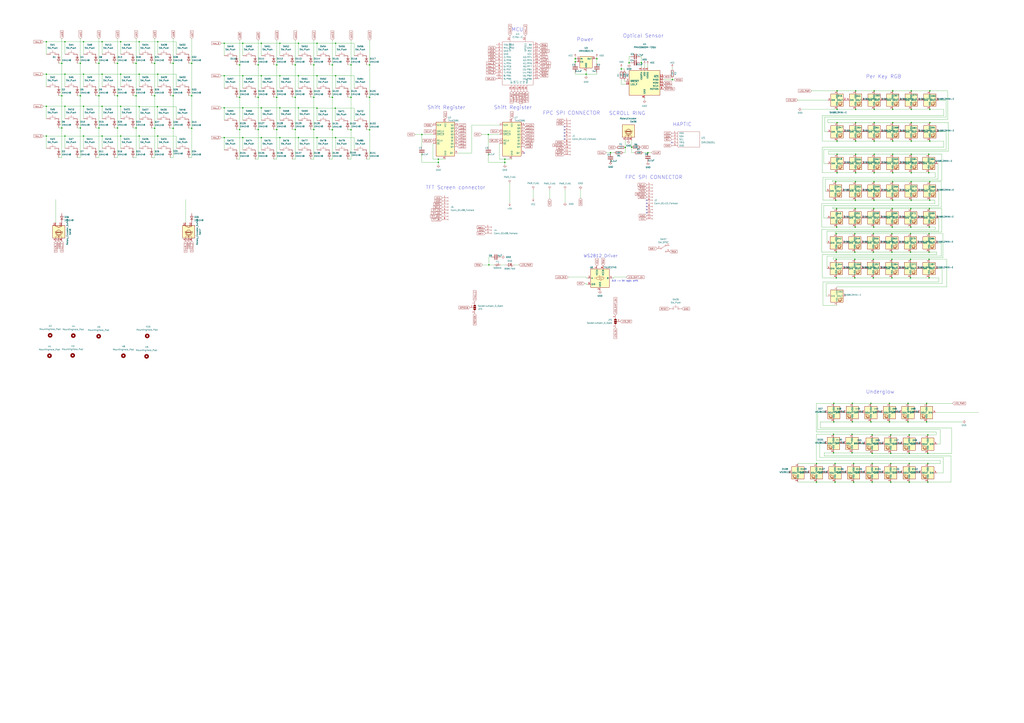
<source format=kicad_sch>
(kicad_sch (version 20230121) (generator eeschema)
  (paper "A1")
  (junction (at 114.3 87.63))
  (junction (at 686.308 164.592))
  (junction (at 513.588 121.158))
  (junction (at 730.504 346.71))
  (junction (at 747.776 207.264))
  (junction (at 157.48 105.41))
  (junction (at 670.56 396.24))
  (junction (at 214.63 88.646))
  (junction (at 733.171 141.986))
  (junction (at 732.79 186.69))
  (junction (at 702.056 207.264))
  (junction (at 748.411 115.951))
  (junction (at 746.76 381))
  (junction (at 687.451 141.986))
  (junction (at 129.54 34.29))
  (junction (at 684.53 372.11))
  (junction (at 746.76 396.24))
  (junction (at 684.784 346.71))
  (junction (at 242.57 80.01))
  (junction (at 687.07 171.45))
  (junction (at 733.044 149.352))
  (junction (at 763.016 192.024))
  (junction (at 245.11 62.23))
  (junction (at 53.34 34.29))
  (junction (at 763.651 74.676))
  (junction (at 111.76 105.156))
  (junction (at 129.54 60.96))
  (junction (at 732.536 207.264))
  (junction (at 53.34 87.376))
  (junction (at 50.8 78.74))
  (junction (at 731.52 396.24))
  (junction (at 686.816 228.346))
  (junction (at 748.411 89.916))
  (junction (at 748.411 100.711))
  (junction (at 748.411 74.676))
  (junction (at 731.52 372.618))
  (junction (at 142.24 52.07))
  (junction (at 229.87 62.23))
  (junction (at 717.55 171.45))
  (junction (at 68.58 34.29))
  (junction (at 245.11 113.03))
  (junction (at 715.264 346.71))
  (junction (at 760.984 331.47))
  (junction (at 700.024 346.71))
  (junction (at 184.15 62.23))
  (junction (at 702.564 164.592))
  (junction (at 748.284 149.352))
  (junction (at 532.13 125.476))
  (junction (at 763.016 213.106))
  (junction (at 303.53 53.34))
  (junction (at 260.35 88.9))
  (junction (at 273.05 53.34))
  (junction (at 114.3 111.76))
  (junction (at 717.931 115.951))
  (junction (at 716.28 396.24))
  (junction (at 472.44 50.8))
  (junction (at 257.81 106.426))
  (junction (at 733.044 164.592))
  (junction (at 114.3 60.96))
  (junction (at 732.79 171.45))
  (junction (at 686.816 207.264))
  (junction (at 288.29 80.01))
  (junction (at 227.33 80.01))
  (junction (at 685.8 396.24))
  (junction (at 53.34 60.96))
  (junction (at 245.11 35.56))
  (junction (at 127 52.07))
  (junction (at 746.76 372.618))
  (junction (at 762 372.618))
  (junction (at 157.48 52.07))
  (junction (at 303.53 80.01))
  (junction (at 763.651 115.951))
  (junction (at 702.691 74.676))
  (junction (at 716.28 357.378))
  (junction (at 748.284 164.592))
  (junction (at 685.8 381))
  (junction (at 715.264 331.47))
  (junction (at 66.04 78.74))
  (junction (at 360.045 130.81))
  (junction (at 763.016 207.264))
  (junction (at 83.82 87.376))
  (junction (at 745.744 346.71))
  (junction (at 38.1 34.29))
  (junction (at 763.524 164.592))
  (junction (at 701.04 396.24))
  (junction (at 414.655 130.81))
  (junction (at 273.05 106.68))
  (junction (at 684.53 356.87))
  (junction (at 275.336 88.9))
  (junction (at 288.29 106.68))
  (junction (at 142.24 105.41))
  (junction (at 229.87 35.56))
  (junction (at 414.655 133.4499))
  (junction (at 346.456 110.49))
  (junction (at 686.816 192.024))
  (junction (at 260.35 62.23))
  (junction (at 38.1 60.96))
  (junction (at 66.04 105.156))
  (junction (at 214.63 35.56))
  (junction (at 81.28 52.07))
  (junction (at 275.59 62.23))
  (junction (at 699.77 356.87))
  (junction (at 732.536 192.024))
  (junction (at 227.33 53.34))
  (junction (at 748.03 171.45))
  (junction (at 748.03 186.69))
  (junction (at 763.524 149.352))
  (junction (at 731.52 357.378))
  (junction (at 96.52 52.07))
  (junction (at 717.931 74.676))
  (junction (at 127 78.74))
  (junction (at 702.564 149.352))
  (junction (at 245.11 88.646))
  (junction (at 111.76 78.74))
  (junction (at 81.28 105.156))
  (junction (at 99.06 60.96))
  (junction (at 229.87 113.03))
  (junction (at 733.171 126.746))
  (junction (at 762 381))
  (junction (at 50.8 52.07))
  (junction (at 717.931 126.746))
  (junction (at 242.57 53.34))
  (junction (at 687.451 126.746))
  (junction (at 288.29 53.34))
  (junction (at 702.691 141.986))
  (junction (at 717.296 207.264))
  (junction (at 747.776 213.106))
  (junction (at 99.06 111.76))
  (junction (at 38.1 111.76))
  (junction (at 748.411 141.986))
  (junction (at 717.296 228.346))
  (junction (at 96.52 78.74))
  (junction (at 142.24 78.74))
  (junction (at 702.691 115.951))
  (junction (at 717.804 164.592))
  (junction (at 199.39 35.56))
  (junction (at 68.58 87.376))
  (junction (at 227.33 106.426))
  (junction (at 717.55 186.69))
  (junction (at 83.82 34.29))
  (junction (at 731.52 381))
  (junction (at 184.15 113.03))
  (junction (at 260.35 35.56))
  (junction (at 552.196 65.532))
  (junction (at 732.536 213.106))
  (junction (at 763.651 89.916))
  (junction (at 242.57 106.426))
  (junction (at 748.411 126.746))
  (junction (at 702.691 126.746))
  (junction (at 746.76 357.378))
  (junction (at 510.286 56.642))
  (junction (at 762 396.24))
  (junction (at 518.668 120.904))
  (junction (at 257.81 80.01))
  (junction (at 686.816 213.106))
  (junction (at 157.48 78.74))
  (junction (at 184.15 88.646))
  (junction (at 257.81 53.34))
  (junction (at 50.8 105.156))
  (junction (at 716.28 372.618))
  (junction (at 702.691 100.711))
  (junction (at 717.296 192.024))
  (junction (at 733.171 89.916))
  (junction (at 401.574 217.678))
  (junction (at 214.63 113.03))
  (junction (at 717.931 89.916))
  (junction (at 129.54 111.76))
  (junction (at 114.3 34.29))
  (junction (at 66.04 52.07))
  (junction (at 99.06 34.29))
  (junction (at 700.024 331.47))
  (junction (at 38.1 87.376))
  (junction (at 68.58 60.96))
  (junction (at 199.39 88.646))
  (junction (at 763.27 186.69))
  (junction (at 303.53 106.68))
  (junction (at 481.33 60.96))
  (junction (at 96.52 105.156))
  (junction (at 747.776 228.346))
  (junction (at 763.651 100.711))
  (junction (at 196.85 80.01))
  (junction (at 81.28 78.74))
  (junction (at 670.56 381))
  (junction (at 275.59 35.56))
  (junction (at 212.09 80.01))
  (junction (at 702.056 213.106))
  (junction (at 699.77 372.11))
  (junction (at 701.04 381))
  (junction (at 730.504 331.47))
  (junction (at 490.22 48.26))
  (junction (at 702.056 228.346))
  (junction (at 687.07 186.69))
  (junction (at 212.09 106.426))
  (junction (at 702.056 192.024))
  (junction (at 762.762 126.746))
  (junction (at 687.451 74.676))
  (junction (at 360.045 133.4499))
  (junction (at 762.762 141.986))
  (junction (at 702.691 89.916))
  (junction (at 196.85 53.34))
  (junction (at 686.308 149.352))
  (junction (at 212.09 53.34))
  (junction (at 214.63 62.23))
  (junction (at 717.804 149.352))
  (junction (at 111.76 52.07))
  (junction (at 760.984 346.71))
  (junction (at 762 357.378))
  (junction (at 83.82 60.96))
  (junction (at 273.05 80.01))
  (junction (at 516.636 51.562))
  (junction (at 716.28 381))
  (junction (at 83.82 111.76))
  (junction (at 687.451 115.951))
  (junction (at 501.396 125.476))
  (junction (at 733.171 74.676))
  (junction (at 196.85 106.426))
  (junction (at 702.31 171.45))
  (junction (at 747.776 192.024))
  (junction (at 763.016 228.346))
  (junction (at 127 105.41))
  (junction (at 401.066 110.49))
  (junction (at 702.31 186.69))
  (junction (at 275.59 113.03))
  (junction (at 717.931 100.711))
  (junction (at 745.744 331.47))
  (junction (at 687.451 89.916))
  (junction (at 68.58 111.76))
  (junction (at 684.784 331.47))
  (junction (at 99.06 87.376))
  (junction (at 717.296 213.106))
  (junction (at 733.171 100.711))
  (junction (at 472.44 48.26))
  (junction (at 184.15 35.56))
  (junction (at 229.87 88.646))
  (junction (at 260.35 113.03))
  (junction (at 763.27 171.45))
  (junction (at 199.39 113.03))
  (junction (at 53.34 111.76))
  (junction (at 526.796 51.562))
  (junction (at 717.931 141.986))
  (junction (at 129.286 87.63))
  (junction (at 732.536 228.346))
  (junction (at 733.171 115.951))
  (junction (at 687.451 100.711))
  (junction (at 199.39 62.23))
  (no_connect (at 531.114 174.752))
  (no_connect (at 463.55 111.76))
  (no_connect (at 531.114 167.132))
  (no_connect (at 430.53 125.73))
  (no_connect (at 463.55 114.3))
  (no_connect (at 463.55 104.14))
  (no_connect (at 531.114 169.672))
  (no_connect (at 551.688 117.094))
  (no_connect (at 531.114 164.592))
  (no_connect (at 463.55 109.22))
  (no_connect (at 463.55 106.68))
  (no_connect (at 531.114 172.212))
  (wire (pts (xy 763.651 115.951) (xy 775.081 115.951)))
  (wire (pts (xy 676.402 168.91) (xy 676.402 179.07)))
  (wire (pts (xy 762.762 126.746) (xy 773.43 126.746)))
  (wire (pts (xy 748.411 74.676) (xy 763.651 74.676)))
  (wire (pts (xy 242.57 53.34) (xy 240.03 53.34)))
  (wire (pts (xy 702.564 149.352) (xy 717.804 149.352)))
  (wire (pts (xy 285.75 53.34) (xy 288.29 53.34)))
  (wire (pts (xy 395.478 110.49) (xy 401.066 110.49)))
  (wire (pts (xy 552.196 65.532) (xy 553.466 65.532)))
  (wire (pts (xy 684.784 331.47) (xy 670.56 331.47)))
  (wire (pts (xy 670.56 356.87) (xy 684.53 356.87)))
  (wire (pts (xy 670.56 354.965) (xy 768.858 354.965)))
  (wire (pts (xy 199.39 113.03) (xy 214.63 113.03)))
  (wire (pts (xy 229.87 113.03) (xy 245.11 113.03)))
  (wire (pts (xy 340.868 110.49) (xy 346.456 110.49)))
  (wire (pts (xy 768.858 357.378) (xy 762 357.378)))
  (wire (pts (xy 275.336 88.9) (xy 275.336 99.06)))
  (wire (pts (xy 111.76 52.07) (xy 111.76 78.74)))
  (wire (pts (xy 50.8 78.74) (xy 48.26 78.74)))
  (wire (pts (xy 516.636 51.562) (xy 516.636 46.482)))
  (wire (pts (xy 96.52 105.156) (xy 96.52 129.54)))
  (wire (pts (xy 53.34 111.76) (xy 68.58 111.76)))
  (wire (pts (xy 184.15 113.03) (xy 199.39 113.03)))
  (wire (pts (xy 702.691 89.916) (xy 717.931 89.916)))
  (wire (pts (xy 552.196 65.532) (xy 552.196 64.262)))
  (wire (pts (xy 346.4824 126.0853) (xy 346.456 128.016)))
  (wire (pts (xy 410.21 118.11) (xy 410.21 130.81)))
  (wire (pts (xy 767.842 167.386) (xy 674.878 167.386)))
  (wire (pts (xy 773.43 190.754) (xy 685.8 190.754)))
  (wire (pts (xy 531.876 52.832) (xy 531.876 55.372)))
  (wire (pts (xy 275.336 88.9) (xy 290.83 88.9)))
  (wire (pts (xy 687.07 171.45) (xy 702.31 171.45)))
  (wire (pts (xy 717.804 164.592) (xy 733.044 164.592)))
  (wire (pts (xy 771.271 108.331) (xy 776.986 108.331)))
  (wire (pts (xy 38.1 60.96) (xy 53.34 60.96)))
  (wire (pts (xy 773.43 126.746) (xy 773.43 148.336)))
  (wire (pts (xy 763.27 186.69) (xy 768.096 186.69)))
  (wire (pts (xy 708.66 364.49) (xy 708.66 364.998)))
  (wire (pts (xy 212.09 80.01) (xy 209.55 80.01)))
  (wire (pts (xy 83.82 111.76) (xy 99.06 111.76)))
  (wire (pts (xy 776.986 82.296) (xy 776.986 96.266)))
  (wire (pts (xy 717.931 74.676) (xy 733.171 74.676)))
  (wire (pts (xy 781.05 374.65) (xy 676.91 374.65)))
  (wire (pts (xy 111.76 78.74) (xy 111.76 105.156)))
  (wire (pts (xy 184.15 88.646) (xy 199.39 88.646)))
  (wire (pts (xy 114.3 111.76) (xy 114.3 121.92)))
  (wire (pts (xy 679.196 210.566) (xy 773.176 210.566)))
  (wire (pts (xy 676.656 122.936) (xy 676.656 134.366)))
  (wire (pts (xy 199.39 88.646) (xy 199.39 98.806)))
  (wire (pts (xy 770.89 189.992) (xy 679.196 189.992)))
  (wire (pts (xy 99.06 111.76) (xy 114.3 111.76)))
  (wire (pts (xy 778.256 98.171) (xy 679.831 98.171)))
  (wire (pts (xy 686.816 213.106) (xy 702.056 213.106)))
  (wire (pts (xy 673.735 346.71) (xy 673.735 351.79)))
  (wire (pts (xy 513.588 115.316) (xy 513.588 121.158)))
  (wire (pts (xy 242.57 80.01) (xy 240.03 80.01)))
  (wire (pts (xy 687.451 141.986) (xy 702.691 141.986)))
  (wire (pts (xy 303.53 106.68) (xy 303.53 130.81)))
  (wire (pts (xy 360.045 133.4499) (xy 360.045 135.255)))
  (wire (pts (xy 676.91 374.65) (xy 676.91 372.11)))
  (wire (pts (xy 83.82 60.96) (xy 83.82 71.12)))
  (wire (pts (xy 702.691 126.746) (xy 717.931 126.746)))
  (wire (pts (xy 53.34 121.92) (xy 53.34 111.76)))
  (wire (pts (xy 260.35 62.23) (xy 275.59 62.23)))
  (wire (pts (xy 209.55 53.34) (xy 212.09 53.34)))
  (wire (pts (xy 212.09 33.02) (xy 212.09 53.34)))
  (wire (pts (xy 717.931 141.986) (xy 733.171 141.986)))
  (wire (pts (xy 245.11 35.56) (xy 260.35 35.56)))
  (wire (pts (xy 504.19 228.6) (xy 504.19 227.838)))
  (wire (pts (xy 99.06 87.376) (xy 114.3 87.376)))
  (wire (pts (xy 229.87 88.646) (xy 229.87 98.806)))
  (wire (pts (xy 35.56 34.29) (xy 38.1 34.29)))
  (wire (pts (xy 303.53 80.01) (xy 303.53 106.68)))
  (wire (pts (xy 702.056 207.264) (xy 717.296 207.264)))
  (wire (pts (xy 114.3 87.63) (xy 114.3 97.79)))
  (wire (pts (xy 142.24 78.74) (xy 142.24 105.41)))
  (wire (pts (xy 733.171 74.676) (xy 748.411 74.676)))
  (wire (pts (xy 114.3 34.29) (xy 129.54 34.29)))
  (wire (pts (xy 68.58 34.29) (xy 83.82 34.29)))
  (wire (pts (xy 129.54 60.96) (xy 144.78 60.96)))
  (wire (pts (xy 717.296 207.264) (xy 732.536 207.264)))
  (wire (pts (xy 83.82 87.376) (xy 83.82 97.536)))
  (wire (pts (xy 769.366 209.296) (xy 769.366 207.264)))
  (wire (pts (xy 526.796 46.482) (xy 525.526 46.482)))
  (wire (pts (xy 114.3 87.376) (xy 114.3 87.63)))
  (wire (pts (xy 418.592 150.622) (xy 418.592 166.624)))
  (wire (pts (xy 674.878 207.264) (xy 686.816 207.264)))
  (wire (pts (xy 181.61 113.03) (xy 184.15 113.03)))
  (wire (pts (xy 748.411 115.951) (xy 763.651 115.951)))
  (wire (pts (xy 273.05 80.01) (xy 273.05 106.68)))
  (wire (pts (xy 774.446 211.836) (xy 774.446 192.024)))
  (wire (pts (xy 53.34 87.376) (xy 53.34 97.536)))
  (wire (pts (xy 127 78.74) (xy 124.46 78.74)))
  (wire (pts (xy 763.27 171.45) (xy 773.43 171.45)))
  (wire (pts (xy 746.76 372.618) (xy 731.52 372.618)))
  (wire (pts (xy 437.896 162.814) (xy 437.896 155.702)))
  (wire (pts (xy 502.92 228.6) (xy 504.19 228.6)))
  (wire (pts (xy 675.386 115.951) (xy 687.451 115.951)))
  (wire (pts (xy 38.1 34.29) (xy 53.34 34.29)))
  (wire (pts (xy 683.514 148.336) (xy 683.514 149.352)))
  (wire (pts (xy 346.4824 126.0853) (xy 346.4824 133.4513)))
  (wire (pts (xy 99.06 60.96) (xy 99.06 71.12)))
  (wire (pts (xy 715.264 346.71) (xy 700.024 346.71)))
  (wire (pts (xy 214.63 113.03) (xy 229.87 113.03)))
  (wire (pts (xy 501.396 125.984) (xy 501.396 125.476)))
  (wire (pts (xy 776.986 122.936) (xy 676.656 122.936)))
  (wire (pts (xy 526.796 51.562) (xy 525.526 51.562)))
  (wire (pts (xy 196.85 80.01) (xy 196.85 53.34)))
  (wire (pts (xy 685.8 192.024) (xy 686.816 192.024)))
  (wire (pts (xy 747.776 213.106) (xy 763.016 213.106)))
  (wire (pts (xy 127 78.74) (xy 127 105.41)))
  (wire (pts (xy 529.336 52.832) (xy 529.336 55.372)))
  (wire (pts (xy 481.33 228.6) (xy 482.6 228.6)))
  (wire (pts (xy 464.058 155.702) (xy 464.058 166.37)))
  (wire (pts (xy 83.82 60.96) (xy 99.06 60.96)))
  (wire (pts (xy 504.19 227.838) (xy 514.35 227.838)))
  (wire (pts (xy 401.066 120.396) (xy 401.066 110.49)))
  (wire (pts (xy 184.15 88.646) (xy 184.15 98.806)))
  (wire (pts (xy 288.29 106.68) (xy 285.496 106.68)))
  (wire (pts (xy 127 105.41) (xy 127 129.54)))
  (wire (pts (xy 701.04 381) (xy 716.28 381)))
  (wire (pts (xy 142.24 129.54) (xy 139.7 129.54)))
  (wire (pts (xy 360.045 130.81) (xy 360.045 133.4499)))
  (wire (pts (xy 733.171 126.746) (xy 748.411 126.746)))
  (wire (pts (xy 83.82 111.76) (xy 83.82 121.92)))
  (wire (pts (xy 732.536 213.106) (xy 747.776 213.106)))
  (wire (pts (xy 676.91 372.11) (xy 684.53 372.11)))
  (wire (pts (xy 658.368 89.916) (xy 687.451 89.916)))
  (wire (pts (xy 730.504 346.71) (xy 715.264 346.71)))
  (wire (pts (xy 684.53 356.87) (xy 699.77 356.87)))
  (wire (pts (xy 242.57 33.02) (xy 242.57 53.34)))
  (wire (pts (xy 245.11 113.03) (xy 260.35 113.03)))
  (wire (pts (xy 717.55 186.69) (xy 732.79 186.69)))
  (wire (pts (xy 422.529 217.678) (xy 426.339 217.678)))
  (wire (pts (xy 214.63 88.646) (xy 229.87 88.646)))
  (wire (pts (xy 717.804 149.352) (xy 733.044 149.352)))
  (wire (pts (xy 771.144 228.346) (xy 763.016 228.346)))
  (wire (pts (xy 199.39 62.23) (xy 199.39 72.39)))
  (wire (pts (xy 78.74 129.54) (xy 81.28 129.54)))
  (wire (pts (xy 411.099 211.328) (xy 411.734 211.328)))
  (wire (pts (xy 768.096 188.722) (xy 674.878 188.722)))
  (wire (pts (xy 679.196 189.992) (xy 679.196 199.644)))
  (wire (pts (xy 273.05 80.01) (xy 270.51 80.01)))
  (wire (pts (xy 700.024 331.47) (xy 684.784 331.47)))
  (wire (pts (xy 544.576 65.532) (xy 552.196 65.532)))
  (wire (pts (xy 157.48 78.74) (xy 154.94 78.74)))
  (wire (pts (xy 702.31 186.69) (xy 717.55 186.69)))
  (wire (pts (xy 184.15 35.56) (xy 199.39 35.56)))
  (wire (pts (xy 451.358 155.702) (xy 451.358 163.322)))
  (wire (pts (xy 702.056 228.346) (xy 717.296 228.346)))
  (wire (pts (xy 38.1 34.29) (xy 38.1 44.45)))
  (wire (pts (xy 68.58 111.76) (xy 83.82 111.76)))
  (wire (pts (xy 260.35 113.03) (xy 260.35 123.19)))
  (wire (pts (xy 127 78.74) (xy 127 52.07)))
  (wire (pts (xy 684.784 346.71) (xy 673.735 346.71)))
  (wire (pts (xy 227.33 80.01) (xy 227.33 53.34)))
  (wire (pts (xy 257.81 106.426) (xy 257.81 130.81)))
  (wire (pts (xy 679.831 98.171) (xy 679.831 100.711)))
  (wire (pts (xy 747.776 228.346) (xy 763.016 228.346)))
  (wire (pts (xy 245.11 88.646) (xy 260.35 88.646)))
  (wire (pts (xy 96.52 78.74) (xy 93.98 78.74)))
  (wire (pts (xy 476.758 162.814) (xy 476.758 155.702)))
  (wire (pts (xy 227.33 106.426) (xy 227.33 130.81)))
  (wire (pts (xy 776.986 108.331) (xy 776.986 122.936)))
  (wire (pts (xy 655.066 82.296) (xy 679.831 82.296)))
  (wire (pts (xy 715.264 331.47) (xy 700.024 331.47)))
  (wire (pts (xy 144.78 87.63) (xy 144.78 97.79)))
  (wire (pts (xy 687.07 186.69) (xy 702.31 186.69)))
  (wire (pts (xy 762 372.618) (xy 746.76 372.618)))
  (wire (pts (xy 731.52 357.378) (xy 716.28 357.378)))
  (wire (pts (xy 260.35 88.646) (xy 260.35 88.9)))
  (wire (pts (xy 414.655 130.81) (xy 414.655 133.4499)))
  (wire (pts (xy 401.574 211.328) (xy 403.479 211.328)))
  (wire (pts (xy 66.04 105.156) (xy 66.04 129.54)))
  (wire (pts (xy 66.04 52.07) (xy 66.04 78.74)))
  (wire (pts (xy 686.816 228.346) (xy 702.056 228.346)))
  (wire (pts (xy 245.11 88.646) (xy 245.11 98.806)))
  (wire (pts (xy 401.066 110.49) (xy 410.21 110.49)))
  (wire (pts (xy 748.03 171.45) (xy 763.27 171.45)))
  (wire (pts (xy 733.171 115.951) (xy 748.411 115.951)))
  (wire (pts (xy 760.984 331.47) (xy 745.744 331.47)))
  (wire (pts (xy 760.984 346.71) (xy 745.744 346.71)))
  (wire (pts (xy 748.411 89.916) (xy 763.651 89.916)))
  (wire (pts (xy 512.826 56.642) (xy 510.286 56.642)))
  (wire (pts (xy 717.931 126.746) (xy 733.171 126.746)))
  (wire (pts (xy 770.382 134.366) (xy 770.382 147.32)))
  (wire (pts (xy 526.796 51.562) (xy 526.796 46.482)))
  (wire (pts (xy 242.57 106.426) (xy 242.57 130.81)))
  (wire (pts (xy 770.89 179.07) (xy 770.89 189.992)))
  (wire (pts (xy 242.57 80.01) (xy 242.57 106.426)))
  (wire (pts (xy 732.79 171.45) (xy 748.03 171.45)))
  (wire (pts (xy 273.05 53.34) (xy 270.51 53.34)))
  (wire (pts (xy 717.55 171.45) (xy 732.79 171.45)))
  (wire (pts (xy 212.09 80.01) (xy 212.09 106.426)))
  (wire (pts (xy 355.6 118.11) (xy 355.6 130.81)))
  (wire (pts (xy 401.574 211.328) (xy 401.574 217.678)))
  (wire (pts (xy 677.6848 147.3219) (xy 770.382 147.32)))
  (wire (pts (xy 771.144 228.346) (xy 771.144 231.648)))
  (wire (pts (xy 442.976 36.83) (xy 443.23 36.83)))
  (wire (pts (xy 81.28 31.75) (xy 81.28 52.07)))
  (wire (pts (xy 78.74 105.156) (xy 81.28 105.156)))
  (wire (pts (xy 532.13 125.476) (xy 535.178 125.476)))
  (wire (pts (xy 676.91 364.49) (xy 673.1 364.49)))
  (wire (pts (xy 767.842 164.592) (xy 767.842 167.386)))
  (wire (pts (xy 181.61 35.56) (xy 184.15 35.56)))
  (wire (pts (xy 775.081 115.951) (xy 775.081 121.031)))
  (wire (pts (xy 716.28 356.87) (xy 716.28 357.378)))
  (wire (pts (xy 733.171 100.711) (xy 748.411 100.711)))
  (wire (pts (xy 38.1 111.76) (xy 53.34 111.76)))
  (wire (pts (xy 127 52.07) (xy 124.46 52.07)))
  (wire (pts (xy 81.28 78.74) (xy 81.28 105.156)))
  (wire (pts (xy 214.63 113.03) (xy 214.63 123.19)))
  (wire (pts (xy 772.16 378.46) (xy 670.56 378.46)))
  (wire (pts (xy 746.76 396.24) (xy 762 396.24)))
  (wire (pts (xy 762.762 141.986) (xy 768.096 141.986)))
  (wire (pts (xy 194.31 106.426) (xy 196.85 106.426)))
  (wire (pts (xy 129.54 111.76) (xy 144.78 111.76)))
  (wire (pts (xy 683.514 149.352) (xy 686.308 149.352)))
  (wire (pts (xy 114.3 34.29) (xy 114.3 44.45)))
  (wire (pts (xy 257.81 33.02) (xy 257.81 53.34)))
  (wire (pts (xy 66.04 31.75) (xy 66.04 52.07)))
  (wire (pts (xy 675.894 250.952) (xy 687.324 250.952)))
  (wire (pts (xy 771.271 82.296) (xy 776.986 82.296)))
  (wire (pts (xy 212.09 106.426) (xy 212.09 130.81)))
  (wire (pts (xy 685.8 190.754) (xy 685.8 192.024)))
  (wire (pts (xy 144.78 60.96) (xy 144.78 71.12)))
  (wire (pts (xy 763.524 149.352) (xy 773.176 149.352)))
  (wire (pts (xy 747.776 207.264) (xy 763.016 207.264)))
  (wire (pts (xy 717.296 192.024) (xy 732.536 192.024)))
  (wire (pts (xy 675.386 209.296) (xy 769.366 209.296)))
  (wire (pts (xy 401.0924 126.0853) (xy 401.0924 133.4513)))
  (wire (pts (xy 196.85 106.426) (xy 196.85 130.81)))
  (wire (pts (xy 365.76 130.81) (xy 360.045 130.81)))
  (wire (pts (xy 129.54 34.29) (xy 144.78 34.29)))
  (wire (pts (xy 472.44 60.96) (xy 481.33 60.96)))
  (wire (pts (xy 670.56 396.24) (xy 685.8 396.24)))
  (wire (pts (xy 777.494 235.712) (xy 687.324 235.712)))
  (wire (pts (xy 733.171 89.916) (xy 748.411 89.916)))
  (wire (pts (xy 687.451 74.676) (xy 702.691 74.676)))
  (wire (pts (xy 109.22 129.54) (xy 111.76 129.54)))
  (wire (pts (xy 375.92 125.73) (xy 387.35 125.73)))
  (wire (pts (xy 666.496 74.676) (xy 687.451 74.676)))
  (wire (pts (xy 677.291 96.266) (xy 677.291 108.331)))
  (wire (pts (xy 212.09 106.426) (xy 209.55 106.426)))
  (wire (pts (xy 401.0924 126.0853) (xy 401.066 128.016)))
  (wire (pts (xy 748.411 126.746) (xy 762.762 126.746)))
  (wire (pts (xy 129.54 60.96) (xy 129.54 71.12)))
  (wire (pts (xy 730.504 331.47) (xy 715.264 331.47)))
  (wire (pts (xy 481.33 233.68) (xy 481.33 232.918)))
  (wire (pts (xy 773.684 220.726) (xy 773.684 233.172)))
  (wire (pts (xy 675.386 228.346) (xy 675.386 209.296)))
  (wire (pts (xy 196.85 80.01) (xy 194.31 80.01)))
  (wire (pts (xy 748.284 164.592) (xy 763.524 164.592)))
  (wire (pts (xy 240.03 130.81) (xy 242.57 130.81)))
  (wire (pts (xy 260.35 35.56) (xy 275.59 35.56)))
  (wire (pts (xy 157.48 31.75) (xy 157.48 52.07)))
  (wire (pts (xy 99.06 111.76) (xy 99.06 121.92)))
  (wire (pts (xy 490.22 60.96) (xy 481.33 60.96)))
  (wire (pts (xy 273.05 106.68) (xy 273.05 130.81)))
  (wire (pts (xy 53.34 87.376) (xy 68.58 87.376)))
  (wire (pts (xy 526.796 51.562) (xy 526.796 55.372)))
  (wire (pts (xy 686.816 192.024) (xy 702.056 192.024)))
  (wire (pts (xy 245.11 113.03) (xy 245.11 123.19)))
  (wire (pts (xy 699.77 372.11) (xy 716.28 372.11)))
  (wire (pts (xy 674.878 167.386) (xy 674.878 186.69)))
  (wire (pts (xy 707.39 364.49) (xy 708.66 364.49)))
  (wire (pts (xy 675.894 231.648) (xy 771.144 231.648)))
  (wire (pts (xy 48.26 105.156) (xy 50.8 105.156)))
  (wire (pts (xy 680.466 124.206) (xy 680.466 126.746)))
  (wire (pts (xy 677.291 108.331) (xy 679.831 108.331)))
  (wire (pts (xy 675.386 228.346) (xy 686.816 228.346)))
  (wire (pts (xy 124.46 129.54) (xy 127 129.54)))
  (wire (pts (xy 257.81 80.01) (xy 255.27 80.01)))
  (wire (pts (xy 129.286 87.63) (xy 144.78 87.63)))
  (wire (pts (xy 684.53 372.11) (xy 699.77 372.11)))
  (wire (pts (xy 518.668 125.476) (xy 520.7 125.476)))
  (wire (pts (xy 513.588 121.158) (xy 513.588 125.476)))
  (wire (pts (xy 142.24 78.74) (xy 139.7 78.74)))
  (wire (pts (xy 773.176 199.644) (xy 770.636 199.644)))
  (wire (pts (xy 490.22 46.99) (xy 490.22 48.26)))
  (wire (pts (xy 773.176 149.352) (xy 773.176 170.434)))
  (wire (pts (xy 702.691 115.951) (xy 717.931 115.951)))
  (wire (pts (xy 290.83 35.56) (xy 290.83 45.72)))
  (wire (pts (xy 212.09 53.34) (xy 212.09 80.01)))
  (wire (pts (xy 677.6848 147.3219) (xy 677.672 156.972)))
  (wire (pts (xy 516.636 52.832) (xy 516.636 51.562)))
  (wire (pts (xy 774.7 375.92) (xy 774.7 388.62)))
  (wire (pts (xy 275.59 62.23) (xy 290.83 62.23)))
  (wire (pts (xy 763.651 89.916) (xy 775.081 89.916)))
  (wire (pts (xy 214.63 62.23) (xy 214.63 72.39)))
  (wire (pts (xy 675.894 164.592) (xy 686.308 164.592)))
  (wire (pts (xy 731.52 381) (xy 746.76 381)))
  (wire (pts (xy 510.286 55.372) (xy 510.286 56.642)))
  (wire (pts (xy 731.52 396.24) (xy 746.76 396.24)))
  (wire (pts (xy 773.684 220.726) (xy 770.636 220.726)))
  (wire (pts (xy 260.35 88.9) (xy 260.35 99.06)))
  (wire (pts (xy 303.53 53.34) (xy 303.53 80.01)))
  (wire (pts (xy 184.15 113.03) (xy 184.15 123.19)))
  (wire (pts (xy 96.52 105.156) (xy 93.98 105.156)))
  (wire (pts (xy 227.33 80.01) (xy 224.79 80.01)))
  (wire (pts (xy 702.691 74.676) (xy 717.931 74.676)))
  (wire (pts (xy 702.564 164.592) (xy 717.804 164.592)))
  (wire (pts (xy 748.411 100.711) (xy 763.651 100.711)))
  (wire (pts (xy 68.58 87.376) (xy 68.58 97.536)))
  (wire (pts (xy 83.82 34.29) (xy 99.06 34.29)))
  (wire (pts (xy 129.286 87.63) (xy 129.286 97.79)))
  (wire (pts (xy 702.691 141.986) (xy 717.931 141.986)))
  (wire (pts (xy 472.44 50.8) (xy 472.44 48.26)))
  (wire (pts (xy 481.33 60.96) (xy 481.33 62.23)))
  (wire (pts (xy 114.3 60.96) (xy 114.3 71.12)))
  (wire (pts (xy 772.16 353.06) (xy 772.16 364.998)))
  (wire (pts (xy 762 357.378) (xy 746.76 357.378)))
  (wire (pts (xy 675.894 145.796) (xy 675.894 164.592)))
  (wire (pts (xy 273.05 33.02) (xy 273.05 53.34)))
  (wire (pts (xy 109.22 52.07) (xy 111.76 52.07)))
  (wire (pts (xy 66.04 78.74) (xy 63.5 78.74)))
  (wire (pts (xy 781.4881 372.618) (xy 781.4881 351.79)))
  (wire (pts (xy 775.081 89.916) (xy 775.081 94.996)))
  (wire (pts (xy 702.056 213.106) (xy 717.296 213.106)))
  (wire (pts (xy 716.28 396.24) (xy 731.52 396.24)))
  (wire (pts (xy 700.024 346.71) (xy 684.784 346.71)))
  (wire (pts (xy 114.3 87.63) (xy 129.286 87.63)))
  (wire (pts (xy 157.48 129.54) (xy 154.94 129.54)))
  (wire (pts (xy 699.77 356.87) (xy 716.28 356.87)))
  (wire (pts (xy 776.986 96.266) (xy 677.291 96.266)))
  (wire (pts (xy 401.0924 133.4513) (xy 414.655 133.4499)))
  (wire (pts (xy 755.142 134.366) (xy 756.031 134.366)))
  (wire (pts (xy 655.32 381) (xy 670.56 381)))
  (wire (pts (xy 552.196 55.372) (xy 552.196 56.642)))
  (wire (pts (xy 774.7 388.62) (xy 769.62 388.62)))
  (wire (pts (xy 83.82 87.376) (xy 99.06 87.376)))
  (wire (pts (xy 66.04 78.74) (xy 66.04 105.156)))
  (wire (pts (xy 683.768 171.45) (xy 687.07 171.45)))
  (wire (pts (xy 114.3 111.76) (xy 129.54 111.76)))
  (wire (pts (xy 127 105.41) (xy 124.46 105.41)))
  (wire (pts (xy 142.24 52.07) (xy 142.24 78.74)))
  (wire (pts (xy 773.176 210.566) (xy 773.176 199.644)))
  (wire (pts (xy 50.8 78.74) (xy 50.8 52.07)))
  (wire (pts (xy 157.48 105.41) (xy 154.94 105.41)))
  (wire (pts (xy 99.06 34.29) (xy 99.06 44.45)))
  (wire (pts (xy 114.3 60.96) (xy 129.54 60.96)))
  (wire (pts (xy 684.276 213.106) (xy 684.276 211.836)))
  (wire (pts (xy 157.48 105.41) (xy 157.48 129.54)))
  (wire (pts (xy 96.52 52.07) (xy 93.98 52.07)))
  (wire (pts (xy 778.891 124.206) (xy 680.466 124.206)))
  (wire (pts (xy 717.296 213.106) (xy 732.536 213.106)))
  (wire (pts (xy 774.446 192.024) (xy 763.016 192.024)))
  (wire (pts (xy 481.33 228.6) (xy 481.33 227.838)))
  (wire (pts (xy 420.37 130.81) (xy 414.655 130.81)))
  (wire (pts (xy 245.11 35.56) (xy 245.11 45.72)))
  (wire (pts (xy 224.79 106.426) (xy 227.33 106.426)))
  (wire (pts (xy 772.16 381) (xy 772.16 378.46)))
  (wire (pts (xy 275.59 113.03) (xy 290.83 113.03)))
  (wire (pts (xy 512.826 57.912) (xy 512.826 56.642)))
  (wire (pts (xy 684.276 213.106) (xy 686.816 213.106)))
  (wire (pts (xy 260.35 62.23) (xy 260.35 72.39)))
  (wire (pts (xy 245.11 62.23) (xy 245.11 72.39)))
  (wire (pts (xy 702.056 192.024) (xy 717.296 192.024)))
  (wire (pts (xy 733.171 141.986) (xy 748.411 141.986)))
  (wire (pts (xy 288.29 106.68) (xy 288.29 130.81)))
  (wire (pts (xy 303.53 33.02) (xy 303.53 53.34)))
  (wire (pts (xy 678.434 233.172) (xy 773.684 233.172)))
  (wire (pts (xy 768.858 354.965) (xy 768.858 357.378)))
  (wire (pts (xy 771.144 168.91) (xy 676.402 168.91)))
  (wire (pts (xy 184.15 62.23) (xy 199.39 62.23)))
  (wire (pts (xy 199.39 62.23) (xy 214.63 62.23)))
  (wire (pts (xy 716.28 381) (xy 731.52 381)))
  (wire (pts (xy 387.35 125.73) (xy 387.35 102.87)))
  (wire (pts (xy 260.35 88.9) (xy 275.336 88.9)))
  (wire (pts (xy 229.87 62.23) (xy 229.87 72.39)))
  (wire (pts (xy 199.39 35.56) (xy 214.63 35.56)))
  (wire (pts (xy 99.06 60.96) (xy 114.3 60.96)))
  (wire (pts (xy 81.28 52.07) (xy 78.74 52.07)))
  (wire (pts (xy 38.1 111.76) (xy 38.1 121.92)))
  (wire (pts (xy 772.16 364.998) (xy 769.62 364.998)))
  (wire (pts (xy 255.27 130.81) (xy 257.81 130.81)))
  (wire (pts (xy 768.096 141.986) (xy 768.096 145.796)))
  (wire (pts (xy 747.776 192.024) (xy 763.016 192.024)))
  (wire (pts (xy 745.744 331.47) (xy 730.504 331.47)))
  (wire (pts (xy 45.72 163.83) (xy 45.72 182.88)))
  (wire (pts (xy 38.1 71.12) (xy 38.1 60.96)))
  (wire (pts (xy 514.096 66.802) (xy 512.826 66.802)))
  (wire (pts (xy 717.931 89.916) (xy 733.171 89.916)))
  (wire (pts (xy 48.26 129.54) (xy 50.8 129.54)))
  (wire (pts (xy 717.931 115.951) (xy 733.171 115.951)))
  (wire (pts (xy 93.98 129.54) (xy 96.52 129.54)))
  (wire (pts (xy 472.44 48.26) (xy 473.71 48.26)))
  (wire (pts (xy 127 31.75) (xy 127 52.07)))
  (wire (pts (xy 517.906 46.482) (xy 516.636 46.482)))
  (wire (pts (xy 687.451 126.746) (xy 702.691 126.746)))
  (wire (pts (xy 762 396.24) (xy 781.05 396.24)))
  (wire (pts (xy 763.651 100.711) (xy 778.891 100.711)))
  (wire (pts (xy 229.87 62.23) (xy 245.11 62.23)))
  (wire (pts (xy 152.4 163.83) (xy 152.4 182.88)))
  (wire (pts (xy 273.05 106.68) (xy 270.51 106.68)))
  (wire (pts (xy 209.55 130.81) (xy 212.09 130.81)))
  (wire (pts (xy 229.87 35.56) (xy 245.11 35.56)))
  (wire (pts (xy 81.28 105.156) (xy 81.28 129.54)))
  (wire (pts (xy 66.04 105.156) (xy 63.5 105.156)))
  (wire (pts (xy 157.48 52.07) (xy 157.48 78.74)))
  (wire (pts (xy 129.54 34.29) (xy 129.54 44.45)))
  (wire (pts (xy 257.81 80.01) (xy 257.81 106.426)))
  (wire (pts (xy 773.176 170.434) (xy 683.768 170.434)))
  (wire (pts (xy 670.56 378.46) (xy 670.56 356.87)))
  (wire (pts (xy 782.32 331.47) (xy 760.984 331.47)))
  (wire (pts (xy 732.536 192.024) (xy 747.776 192.024)))
  (wire (pts (xy 762 372.618) (xy 781.4881 372.618)))
  (wire (pts (xy 518.668 115.316) (xy 518.668 120.904)))
  (wire (pts (xy 275.59 35.56) (xy 290.83 35.56)))
  (wire (pts (xy 242.57 106.426) (xy 240.03 106.426)))
  (wire (pts (xy 111.76 31.75) (xy 111.76 52.07)))
  (wire (pts (xy 96.52 78.74) (xy 96.52 105.156)))
  (wire (pts (xy 288.29 33.02) (xy 288.29 53.34)))
  (wire (pts (xy 674.878 186.69) (xy 687.07 186.69)))
  (wire (pts (xy 396.24 217.678) (xy 401.574 217.678)))
  (wire (pts (xy 154.94 52.07) (xy 157.48 52.07)))
  (wire (pts (xy 184.15 72.39) (xy 184.15 62.23)))
  (wire (pts (xy 68.58 111.76) (xy 68.58 121.92)))
  (wire (pts (xy 518.668 120.904) (xy 518.668 125.476)))
  (wire (pts (xy 778.891 100.711) (xy 778.891 124.206)))
  (wire (pts (xy 229.87 113.03) (xy 229.87 123.19)))
  (wire (pts (xy 355.6 130.81) (xy 360.045 130.81)))
  (wire (pts (xy 227.33 80.01) (xy 227.33 106.426)))
  (wire (pts (xy 346.456 120.396) (xy 346.456 110.49)))
  (wire (pts (xy 68.58 60.96) (xy 83.82 60.96)))
  (wire (pts (xy 303.53 130.81) (xy 300.99 130.81)))
  (wire (pts (xy 99.06 87.376) (xy 99.06 97.536)))
  (wire (pts (xy 229.87 88.646) (xy 245.11 88.646)))
  (wire (pts (xy 288.29 130.81) (xy 285.75 130.81)))
  (wire (pts (xy 68.58 60.96) (xy 68.58 71.12)))
  (wire (pts (xy 702.691 100.711) (xy 717.931 100.711)))
  (wire (pts (xy 746.76 381) (xy 762 381)))
  (wire (pts (xy 679.831 100.711) (xy 687.451 100.711)))
  (wire (pts (xy 717.296 228.346) (xy 732.536 228.346)))
  (wire (pts (xy 671.449 353.06) (xy 772.16 353.06)))
  (wire (pts (xy 229.87 35.56) (xy 229.87 45.72)))
  (wire (pts (xy 678.434 243.332) (xy 678.434 233.172)))
  (wire (pts (xy 227.33 33.02) (xy 227.33 53.34)))
  (wire (pts (xy 481.33 233.68) (xy 482.6 233.68)))
  (wire (pts (xy 194.31 130.81) (xy 196.85 130.81)))
  (wire (pts (xy 99.06 34.29) (xy 114.3 34.29)))
  (wire (pts (xy 675.386 94.996) (xy 675.386 115.951)))
  (wire (pts (xy 139.7 52.07) (xy 142.24 52.07)))
  (wire (pts (xy 50.8 31.75) (xy 50.8 52.07)))
  (wire (pts (xy 768.096 145.796) (xy 675.894 145.796)))
  (wire (pts (xy 96.52 31.75) (xy 96.52 52.07)))
  (wire (pts (xy 678.434 243.332) (xy 679.704 243.332)))
  (wire (pts (xy 275.59 113.03) (xy 275.59 123.19)))
  (wire (pts (xy 512.064 125.476) (xy 513.588 125.476)))
  (wire (pts (xy 245.11 62.23) (xy 260.35 62.23)))
  (wire (pts (xy 181.61 88.646) (xy 184.15 88.646)))
  (wire (pts (xy 490.22 48.26) (xy 490.22 52.07)))
  (wire (pts (xy 676.656 134.366) (xy 679.831 134.366)))
  (wire (pts (xy 717.931 100.711) (xy 733.171 100.711)))
  (wire (pts (xy 686.816 207.264) (xy 702.056 207.264)))
  (wire (pts (xy 227.33 53.34) (xy 224.79 53.34)))
  (wire (pts (xy 528.32 125.476) (xy 532.13 125.476)))
  (wire (pts (xy 702.31 171.45) (xy 717.55 171.45)))
  (wire (pts (xy 214.63 35.56) (xy 229.87 35.56)))
  (wire (pts (xy 35.56 60.96) (xy 38.1 60.96)))
  (wire (pts (xy 778.256 74.676) (xy 778.256 98.171)))
  (wire (pts (xy 773.43 148.336) (xy 683.514 148.336)))
  (wire (pts (xy 481.33 227.838) (xy 466.598 227.838)))
  (wire (pts (xy 184.15 35.56) (xy 184.15 45.72)))
  (wire (pts (xy 346.456 110.49) (xy 355.6 110.49)))
  (wire (pts (xy 763.651 74.676) (xy 778.256 74.676)))
  (wire (pts (xy 38.1 87.376) (xy 53.34 87.376)))
  (wire (pts (xy 111.76 78.74) (xy 109.22 78.74)))
  (wire (pts (xy 290.83 62.23) (xy 290.83 72.39)))
  (wire (pts (xy 290.83 113.03) (xy 290.83 123.19)))
  (wire (pts (xy 257.81 53.34) (xy 257.81 80.01)))
  (wire (pts (xy 675.386 141.986) (xy 687.451 141.986)))
  (wire (pts (xy 732.536 228.346) (xy 747.776 228.346)))
  (wire (pts (xy 732.79 186.69) (xy 748.03 186.69)))
  (wire (pts (xy 81.28 78.74) (xy 78.74 78.74)))
  (wire (pts (xy 701.04 396.24) (xy 716.28 396.24)))
  (wire (pts (xy 490.22 59.69) (xy 490.22 60.96)))
  (wire (pts (xy 111.76 105.156) (xy 111.76 129.54)))
  (wire (pts (xy 716.28 372.11) (xy 716.28 372.618)))
  (wire (pts (xy 686.308 164.592) (xy 702.564 164.592)))
  (wire (pts (xy 96.52 78.74) (xy 96.52 52.07)))
  (wire (pts (xy 199.39 123.19) (xy 199.39 113.03)))
  (wire (pts (xy 157.48 78.74) (xy 157.48 105.41)))
  (wire (pts (xy 111.76 105.156) (xy 109.22 105.156)))
  (wire (pts (xy 270.51 130.81) (xy 273.05 130.81)))
  (wire (pts (xy 303.53 106.68) (xy 300.99 106.68)))
  (wire (pts (xy 411.099 217.678) (xy 414.909 217.678)))
  (wire (pts (xy 288.29 80.01) (xy 288.29 106.68)))
  (wire (pts (xy 38.1 87.376) (xy 38.1 97.536)))
  (wire (pts (xy 472.44 52.07) (xy 472.44 50.8)))
  (wire (pts (xy 144.78 34.29) (xy 144.78 44.45)))
  (wire (pts (xy 488.95 48.26) (xy 490.22 48.26)))
  (wire (pts (xy 673.1 375.92) (xy 774.7 375.92)))
  (wire (pts (xy 50.8 78.74) (xy 50.8 105.156)))
  (wire (pts (xy 53.34 34.29) (xy 68.58 34.29)))
  (wire (pts (xy 748.411 141.986) (xy 762.762 141.986)))
  (wire (pts (xy 771.144 156.972) (xy 771.144 168.91)))
  (wire (pts (xy 224.79 130.81) (xy 227.33 130.81)))
  (wire (pts (xy 745.744 346.71) (xy 730.504 346.71)))
  (wire (pts (xy 686.308 149.352) (xy 702.564 149.352)))
  (wire (pts (xy 275.59 35.56) (xy 275.59 45.72)))
  (wire (pts (xy 671.449 339.09) (xy 671.449 353.06)))
  (wire (pts (xy 683.768 170.434) (xy 683.768 171.45)))
  (wire (pts (xy 731.52 372.618) (xy 716.28 372.618)))
  (wire (pts (xy 790.448 346.71) (xy 760.984 346.71)))
  (wire (pts (xy 214.63 88.646) (xy 214.63 98.806)))
  (wire (pts (xy 775.081 121.031) (xy 675.386 121.031)))
  (wire (pts (xy 53.34 60.96) (xy 68.58 60.96)))
  (wire (pts (xy 673.735 351.79) (xy 781.4881 351.79)))
  (wire (pts (xy 768.096 186.69) (xy 768.096 188.722)))
  (wire (pts (xy 679.196 220.726) (xy 679.196 210.566)))
  (wire (pts (xy 677.164 339.09) (xy 671.449 339.09)))
  (wire (pts (xy 288.29 53.34) (xy 288.29 80.01)))
  (wire (pts (xy 63.5 52.07) (xy 66.04 52.07)))
  (wire (pts (xy 510.286 69.342) (xy 510.286 65.532)))
  (wire (pts (xy 53.34 34.29) (xy 53.34 44.45)))
  (wire (pts (xy 83.82 34.29) (xy 83.82 44.45)))
  (wire (pts (xy 687.451 115.951) (xy 702.691 115.951)))
  (wire (pts (xy 303.53 80.01) (xy 300.99 80.01)))
  (wire (pts (xy 510.286 56.642) (xy 510.286 57.912)))
  (wire (pts (xy 260.35 35.56) (xy 260.35 45.72)))
  (wire (pts (xy 35.56 87.376) (xy 38.1 87.376)))
  (wire (pts (xy 142.24 31.75) (xy 142.24 52.07)))
  (wire (pts (xy 68.58 34.29) (xy 68.58 44.45)))
  (wire (pts (xy 512.826 66.802) (xy 512.826 65.532)))
  (wire (pts (xy 214.63 62.23) (xy 229.87 62.23)))
  (wire (pts (xy 655.32 396.24) (xy 670.56 396.24)))
  (wire (pts (xy 501.396 133.604) (xy 501.396 132.842)))
  (wire (pts (xy 81.28 78.74) (xy 81.28 52.07)))
  (wire (pts (xy 675.894 250.952) (xy 675.894 231.648)))
  (wire (pts (xy 501.396 125.476) (xy 504.444 125.476)))
  (wire (pts (xy 68.58 87.376) (xy 83.82 87.376)))
  (wire (pts (xy 674.878 188.722) (xy 674.878 207.264)))
  (wire (pts (xy 773.43 171.45) (xy 773.43 190.754)))
  (wire (pts (xy 497.84 125.476) (xy 501.396 125.476)))
  (wire (pts (xy 129.54 111.76) (xy 129.54 121.92)))
  (wire (pts (xy 53.34 60.96) (xy 53.34 71.12)))
  (wire (pts (xy 685.8 381) (xy 701.04 381)))
  (wire (pts (xy 733.044 164.592) (xy 748.284 164.592)))
  (wire (pts (xy 273.05 80.01) (xy 273.05 53.34)))
  (wire (pts (xy 670.56 331.47) (xy 670.56 354.965)))
  (wire (pts (xy 687.451 100.711) (xy 702.691 100.711)))
  (wire (pts (xy 288.29 80.01) (xy 285.75 80.01)))
  (wire (pts (xy 676.402 179.07) (xy 679.45 179.07)))
  (wire (pts (xy 775.081 94.996) (xy 675.386 94.996)))
  (wire (pts (xy 529.336 82.042) (xy 529.336 80.772)))
  (wire (pts (xy 763.524 164.592) (xy 767.842 164.592)))
  (wire (pts (xy 777.494 235.712) (xy 777.494 213.106)))
  (wire (pts (xy 673.1 364.49) (xy 673.1 375.92)))
  (wire (pts (xy 300.99 53.34) (xy 303.53 53.34)))
  (wire (pts (xy 777.494 213.106) (xy 763.016 213.106)))
  (wire (pts (xy 387.35 102.87) (xy 410.21 102.87)))
  (wire (pts (xy 63.5 129.54) (xy 66.04 129.54)))
  (wire (pts (xy 199.39 35.56) (xy 199.39 45.72)))
  (wire (pts (xy 732.536 207.264) (xy 747.776 207.264)))
  (wire (pts (xy 142.24 105.41) (xy 139.446 105.41)))
  (wire (pts (xy 693.928 156.972) (xy 694.944 156.972)))
  (wire (pts (xy 675.386 121.031) (xy 675.386 141.986)))
  (wire (pts (xy 144.78 111.76) (xy 144.78 121.92)))
  (wire (pts (xy 481.33 232.918) (xy 480.06 232.918)))
  (wire (pts (xy 684.276 211.836) (xy 774.446 211.836)))
  (wire (pts (xy 199.39 88.646) (xy 214.63 88.646)))
  (wire (pts (xy 181.61 62.23) (xy 184.15 62.23)))
  (wire (pts (xy 50.8 105.156) (xy 50.8 129.54)))
  (wire (pts (xy 781.05 396.24) (xy 781.05 374.65)))
  (wire (pts (xy 255.27 53.34) (xy 257.81 53.34)))
  (wire (pts (xy 510.286 69.342) (xy 514.096 69.342)))
  (wire (pts (xy 242.57 80.01) (xy 242.57 53.34)))
  (wire (pts (xy 346.4824 133.4513) (xy 360.045 133.4499)))
  (wire (pts (xy 196.85 33.02) (xy 196.85 53.34)))
  (wire (pts (xy 748.03 186.69) (xy 763.27 186.69)))
  (wire (pts (xy 257.81 106.426) (xy 255.27 106.426)))
  (wire (pts (xy 260.35 113.03) (xy 275.59 113.03)))
  (wire (pts (xy 401.574 217.678) (xy 406.019 217.678)))
  (wire (pts (xy 414.655 133.4499) (xy 414.655 135.255)))
  (wire (pts (xy 214.63 35.56) (xy 214.63 45.72)))
  (wire (pts (xy 746.76 357.378) (xy 731.52 357.378)))
  (wire (pts (xy 35.56 111.76) (xy 38.1 111.76)))
  (wire (pts (xy 762 381) (xy 772.16 381)))
  (wire (pts (xy 670.56 381) (xy 685.8 381)))
  (wire (pts (xy 481.33 58.42) (xy 481.33 60.96)))
  (wire (pts (xy 769.366 207.264) (xy 763.016 207.264)))
  (wire (pts (xy 196.85 53.34) (xy 194.31 53.34)))
  (wire (pts (xy 142.24 105.41) (xy 142.24 129.54)))
  (wire (pts (xy 687.451 89.916) (xy 702.691 89.916)))
  (wire (pts (xy 685.8 396.24) (xy 701.04 396.24)))
  (wire (pts (xy 196.85 80.01) (xy 196.85 106.426)))
  (wire (pts (xy 275.59 62.23) (xy 275.59 72.39)))
  (wire (pts (xy 680.466 126.746) (xy 687.451 126.746)))
  (wire (pts (xy 410.21 130.81) (xy 414.655 130.81)))
  (wire (pts (xy 472.44 59.69) (xy 472.44 60.96)))
  (wire (pts (xy 290.83 88.9) (xy 290.83 99.06)))
  (wire (pts (xy 803.91 339.09) (xy 768.604 339.09)))
  (wire (pts (xy 472.44 46.99) (xy 472.44 48.26)))
  (wire (pts (xy 748.284 149.352) (xy 763.524 149.352)))
  (wire (pts (xy 473.71 50.8) (xy 472.44 50.8)))
  (wire (pts (xy 733.044 149.352) (xy 748.284 149.352)))
  (wire (pts (xy 517.906 51.562) (xy 516.636 51.562)))
  (wire (pts (xy 677.672 156.972) (xy 678.688 156.972)))
  (wire (pts (xy 50.8 52.07) (xy 48.26 52.07)))
  (text "Per Key RGB" (at 711.2 64.77 0) (effects (font (size 2.9972 2.9972)) (justify left bottom)))
  (text "Shift Register\n" (at 405.638 90.17 0) (effects (font (size 2.9972 2.9972)) (justify left bottom)))
  (text "Underglow\n" (at 711.2 323.85 0) (effects (font (size 2.9972 2.9972)) (justify left bottom)))
  (text "WS2812 Driver" (at 479.171 211.963 0) (effects (font (size 2.54 2.54)) (justify left bottom)))
  (text "MCU" (at 420.116 26.162 0) (effects (font (size 2.9972 2.9972)) (justify left bottom)))
  (text "Power" (at 473.71 34.29 0) (effects (font (size 2.9972 2.9972)) (justify left bottom)))
  (text "HAPTIC" (at 552.45 104.14 0) (effects (font (size 2.9972 2.9972)) (justify left bottom)))
  (text "FPC SPI CONNECTOR\n" (at 513.334 147.574 0) (effects (font (size 2.9972 2.9972)) (justify left bottom)))
  (text "Shift Register\n" (at 351.028 90.17 0) (effects (font (size 2.9972 2.9972)) (justify left bottom)))
  (text "Optical Sensor" (at 511.556 31.242 0) (effects (font (size 2.9972 2.9972)) (justify left bottom)))
  (text "FPC SPI CONNECTOR\n" (at 445.77 94.742 0) (effects (font (size 2.9972 2.9972)) (justify left bottom)))
  (text "3v3 -> 5V logic shift" (at 502.285 231.648 0) (effects (font (size 1.27 1.27)) (justify left bottom)))
  (text "TFT Screen connector" (at 349.504 155.956 0) (effects (font (size 2.9972 2.9972)) (justify left bottom)))
  (text "SCROLL RING" (at 500.126 94.996 0) (effects (font (size 2.9972 2.9972)) (justify left bottom)))
  (global_label "col15" (shape input) (at 303.53 33.02 90) (property "Intersheetrefs" "${INTERSHEET_REFS}" (effects hide)))
  (global_label "MOSI" (shape input) (at 363.22 167.64 180) (property "Intersheetrefs" "${INTERSHEET_REFS}" (effects hide)))
  (global_label "TFT_RST" (shape input) (at 420.116 74.93 270) (property "Intersheetrefs" "${INTERSHEET_REFS}" (effects hide)))
  (global_label "LED_DO" (shape input) (at 655.066 82.296 180) (property "Intersheetrefs" "${INTERSHEET_REFS}" (effects hide)))
  (global_label "row_1" (shape input) (at 407.416 54.61 180) (property "Intersheetrefs" "${INTERSHEET_REFS}" (effects hide)))
  (global_label "VCC" (shape input) (at 490.22 218.44 90) (property "Intersheetrefs" "${INTERSHEET_REFS}" (effects hide)))
  (global_label "SCLK" (shape input) (at 410.21 107.95 180) (property "Intersheetrefs" "${INTERSHEET_REFS}" (effects hide)))
  (global_label "EncR_2" (shape input) (at 418.846 29.21 90) (property "Intersheetrefs" "${INTERSHEET_REFS}" (effects hide)))
  (global_label "NCS" (shape input) (at 407.416 39.37 180) (property "Intersheetrefs" "${INTERSHEET_REFS}" (effects hide)))
  (global_label "NCS" (shape input) (at 544.576 62.992 0) (property "Intersheetrefs" "${INTERSHEET_REFS}" (effects hide)))
  (global_label "NCS" (shape input) (at 531.114 156.972 180) (property "Intersheetrefs" "${INTERSHEET_REFS}" (effects hide)))
  (global_label "TFT_CS" (shape input) (at 363.22 172.72 180) (property "Intersheetrefs" "${INTERSHEET_REFS}" (effects hide)))
  (global_label "col11" (shape input) (at 242.57 33.02 90) (property "Intersheetrefs" "${INTERSHEET_REFS}" (effects hide)))
  (global_label "MISO" (shape input) (at 553.466 65.532 0) (property "Intersheetrefs" "${INTERSHEET_REFS}" (effects hide)))
  (global_label "LED_DO" (shape input) (at 509.27 264.16 0) (property "Intersheetrefs" "${INTERSHEET_REFS}" (effects hide)))
  (global_label "col1" (shape input) (at 66.04 31.75 90) (property "Intersheetrefs" "${INTERSHEET_REFS}" (effects hide)))
  (global_label "GND" (shape input) (at 407.416 41.91 180) (property "Intersheetrefs" "${INTERSHEET_REFS}" (effects hide)))
  (global_label "VCC" (shape input) (at 363.22 162.56 180) (property "Intersheetrefs" "${INTERSHEET_REFS}" (effects hide)))
  (global_label "MOTION" (shape input) (at 544.576 73.152 0) (property "Intersheetrefs" "${INTERSHEET_REFS}" (effects hide)))
  (global_label "col5" (shape input) (at 375.92 107.95 0) (property "Intersheetrefs" "${INTERSHEET_REFS}" (effects hide)))
  (global_label "VCC" (shape input) (at 505.968 121.158 180) (property "Intersheetrefs" "${INTERSHEET_REFS}" (effects hide)))
  (global_label "LED_PWR" (shape input) (at 782.32 331.47 0) (property "Intersheetrefs" "${INTERSHEET_REFS}" (effects hide)))
  (global_label "col2" (shape input) (at 375.92 115.57 0) (property "Intersheetrefs" "${INTERSHEET_REFS}" (effects hide)))
  (global_label "EncR_1" (shape input) (at 442.976 52.07 0) (property "Intersheetrefs" "${INTERSHEET_REFS}" (effects hide)))
  (global_label "row_3" (shape input) (at 407.416 59.69 180) (property "Intersheetrefs" "${INTERSHEET_REFS}" (effects hide)))
  (global_label "RESET" (shape input) (at 549.91 253.746 180) (property "Intersheetrefs" "${INTERSHEET_REFS}" (effects hide)))
  (global_label "SCL" (shape input) (at 551.688 114.554 180) (property "Intersheetrefs" "${INTERSHEET_REFS}" (effects hide)))
  (global_label "row_0" (shape input) (at 35.56 34.29 180) (property "Intersheetrefs" "${INTERSHEET_REFS}" (effects hide)))
  (global_label "EncL_2" (shape input) (at 157.48 198.12 270) (property "Intersheetrefs" "${INTERSHEET_REFS}" (effects hide)))
  (global_label "RAW" (shape input) (at 549.91 206.756 0) (property "Intersheetrefs" "${INTERSHEET_REFS}" (effects hide)))
  (global_label "VCC" (shape input) (at 526.288 120.904 0) (property "Intersheetrefs" "${INTERSHEET_REFS}" (effects hide)))
  (global_label "row_0" (shape input) (at 181.61 35.56 180) (property "Intersheetrefs" "${INTERSHEET_REFS}" (effects hide)))
  (global_label "row_1" (shape input) (at 35.56 60.96 180) (property "Intersheetrefs" "${INTERSHEET_REFS}" (effects hide)))
  (global_label "EncL_2" (shape input) (at 431.546 29.21 90) (property "Intersheetrefs" "${INTERSHEET_REFS}" (effects hide)))
  (global_label "col10" (shape input) (at 430.53 115.57 0) (property "Intersheetrefs" "${INTERSHEET_REFS}" (effects hide)))
  (global_label "row_3" (shape input) (at 35.56 111.76 180) (property "Intersheetrefs" "${INTERSHEET_REFS}" (effects hide)))
  (global_label "col1" (shape input) (at 375.92 118.11 0) (property "Intersheetrefs" "${INTERSHEET_REFS}" (effects hide)))
  (global_label "bat+" (shape input) (at 539.75 204.216 180) (property "Intersheetrefs" "${INTERSHEET_REFS}" (effects hide)))
  (global_label "EncR" (shape input) (at 535.178 125.476 0) (property "Intersheetrefs" "${INTERSHEET_REFS}" (effects hide)))
  (global_label "row_3" (shape input) (at 181.61 113.03 180) (property "Intersheetrefs" "${INTERSHEET_REFS}" (effects hide)))
  (global_label "col13" (shape input) (at 273.05 33.02 90) (property "Intersheetrefs" "${INTERSHEET_REFS}" (effects hide)))
  (global_label "MOTION" (shape input) (at 463.55 119.38 180) (property "Intersheetrefs" "${INTERSHEET_REFS}" (effects hide)))
  (global_label "SDA" (shape input) (at 407.416 46.99 180) (property "Intersheetrefs" "${INTERSHEET_REFS}" (effects hide)))
  (global_label "VCC" (shape input) (at 395.478 110.49 180) (property "Intersheetrefs" "${INTERSHEET_REFS}" (effects hide)))
  (global_label "col0" (shape input) (at 50.8 31.75 90) (property "Intersheetrefs" "${INTERSHEET_REFS}" (effects hide)))
  (global_label "col14" (shape input) (at 288.29 33.02 90) (property "Intersheetrefs" "${INTERSHEET_REFS}" (effects hide)))
  (global_label "RAW" (shape input) (at 396.24 217.678 180) (property "Intersheetrefs" "${INTERSHEET_REFS}" (effects hide)))
  (global_label "GND" (shape input) (at 531.114 177.292 180) (property "Intersheetrefs" "${INTERSHEET_REFS}" (effects hide)))
  (global_label "MOSI" (shape input) (at 463.55 116.84 180) (property "Intersheetrefs" "${INTERSHEET_REFS}" (effects hide)))
  (global_label "RAW" (shape input) (at 443.23 36.83 0) (property "Intersheetrefs" "${INTERSHEET_REFS}" (effects hide)))
  (global_label "MOSI" (shape input) (at 544.576 68.072 0) (property "Intersheetrefs" "${INTERSHEET_REFS}" (effects hide)))
  (global_label "TFT_CS" (shape input) (at 442.976 54.61 0) (property "Intersheetrefs" "${INTERSHEET_REFS}" (effects hide)))
  (global_label "SCLK" (shape input) (at 355.6 107.95 180) (property "Intersheetrefs" "${INTERSHEET_REFS}" (effects hide)))
  (global_label "RESET" (shape input) (at 442.976 41.91 0) (property "Intersheetrefs" "${INTERSHEET_REFS}" (effects hide)))
  (global_label "MOTION" (shape input) (at 389.89 257.81 270) (property "Intersheetrefs" "${INTERSHEET_REFS}" (effects hide)))
  (global_label "col14" (shape input) (at 430.53 105.41 0) (property "Intersheetrefs" "${INTERSHEET_REFS}" (effects hide)))
  (global_label "GND" (shape input) (at 476.758 162.814 270) (property "Intersheetrefs" "${INTERSHEET_REFS}" (effects hide)))
  (global_label "GND" (shape input) (at 398.78 189.23 180) (property "Intersheetrefs" "${INTERSHEET_REFS}" (effects hide)))
  (global_label "VCC" (shape input) (at 551.688 109.474 180) (property "Intersheetrefs" "${INTERSHEET_REFS}" (effects hide)))
  (global_label "LED_3V3" (shape input) (at 427.736 74.93 270) (property "Intersheetrefs" "${INTERSHEET_REFS}" (effects hide)))
  (global_label "MOTION" (shape input) (at 531.114 159.512 180) (property "Intersheetrefs" "${INTERSHEET_REFS}" (effects hide)))
  (global_label "TFT_RST" (shape input) (at 363.22 177.8 180) (property "Intersheetrefs" "${INTERSHEET_REFS}" (effects hide)))
  (global_label "MISO" (shape input) (at 531.114 154.432 180) (property "Intersheetrefs" "${INTERSHEET_REFS}" (effects hide)))
  (global_label "SCLK" (shape input) (at 463.55 127 180) (property "Intersheetrefs" "${INTERSHEET_REFS}" (effects hide)))
  (global_label "col6" (shape input) (at 375.92 105.41 0) (property "Intersheetrefs" "${INTERSHEET_REFS}" (effects hide)))
  (global_label "SDA" (shape input) (at 551.688 112.014 180) (property "Intersheetrefs" "${INTERSHEET_REFS}" (effects hide)))
  (global_label "col10" (shape input) (at 227.33 33.02 90) (property "Intersheetrefs" "${INTERSHEET_REFS}" (effects hide)))
  (global_label "col12" (shape input) (at 257.81 33.02 90) (property "Intersheetrefs" "${INTERSHEET_REFS}" (effects hide)))
  (global_label "row_1" (shape input) (at 181.61 62.23 180) (property "Intersheetrefs" "${INTERSHEET_REFS}" (effects hide)))
  (global_label "RAW" (shape input) (at 495.3 218.44 90) (property "Intersheetrefs" "${INTERSHEET_REFS}" (effects hide)))
  (global_label "col4" (shape input) (at 111.76 31.75 90) (property "Intersheetrefs" "${INTERSHEET_REFS}" (effects hide)))
  (global_label "GND" (shape input) (at 463.55 101.6 180) (property "Intersheetrefs" "${INTERSHEET_REFS}" (effects hide)))
  (global_label "col13" (shape input) (at 430.53 107.95 0) (property "Intersheetrefs" "${INTERSHEET_REFS}" (effects hide)))
  (global_label "LED_SHFT_5V" (shape input) (at 505.46 259.08 90) (property "Intersheetrefs" "${INTERSHEET_REFS}" (effects hide)))
  (global_label "TFT_DC" (shape input) (at 425.196 74.93 270) (property "Intersheetrefs" "${INTERSHEET_REFS}" (effects hide)))
  (global_label "LED_PWR" (shape input) (at 426.339 217.678 0) (property "Intersheetrefs" "${INTERSHEET_REFS}" (effects hide)))
  (global_label "TFT_BL" (shape input) (at 363.22 180.34 180) (property "Intersheetrefs" "${INTERSHEET_REFS}" (effects hide)))
  (global_label "col7" (shape input) (at 157.48 31.75 90) (property "Intersheetrefs" "${INTERSHEET_REFS}" (effects hide)))
  (global_label "SCLK" (shape input) (at 531.114 151.892 180) (property "Intersheetrefs" "${INTERSHEET_REFS}" (effects hide)))
  (global_label "TFT_BL" (shape input) (at 422.656 74.93 270) (property "Intersheetrefs" "${INTERSHEET_REFS}" (effects hide)))
  (global_label "EncL_1" (shape input) (at 50.8 198.12 270) (property "Intersheetrefs" "${INTERSHEET_REFS}" (effects hide)))
  (global_label "EncL" (shape input) (at 442.976 46.99 0) (property "Intersheetrefs" "${INTERSHEET_REFS}" (effects hide)))
  (global_label "GND" (shape input) (at 551.688 119.634 180) (property "Intersheetrefs" "${INTERSHEET_REFS}" (effects hide)))
  (global_label "SCL" (shape input) (at 407.416 49.53 180) (property "Intersheetrefs" "${INTERSHEET_REFS}" (effects hide)))
  (global_label "GPIO16" (shape input) (at 386.08 252.73 180) (property "Intersheetrefs" "${INTERSHEET_REFS}" (effects hide)))
  (global_label "SR_CS" (shape input) (at 410.21 115.57 180) (property "Intersheetrefs" "${INTERSHEET_REFS}" (effects hide)))
  (global_label "MOSI" (shape input) (at 442.976 62.23 0) (property "Intersheetrefs" "${INTERSHEET_REFS}" (effects hide)))
  (global_label "EncR_1" (shape input) (at 45.72 198.12 270) (property "Intersheetrefs" "${INTERSHEET_REFS}" (effects hide)))
  (global_label "VCC" (shape input) (at 340.868 110.49 180) (property "Intersheetrefs" "${INTERSHEET_REFS}" (effects hide)))
  (global_label "col0" (shape input) (at 375.92 120.65 0) (property "Intersheetrefs" "${INTERSHEET_REFS}" (effects hide)))
  (global_label "GND" (shape input) (at 442.976 39.37 0) (property "Intersheetrefs" "${INTERSHEET_REFS}" (effects hide)))
  (global_label "VCC" (shape input) (at 463.55 99.06 180) (property "Intersheetrefs" "${INTERSHEET_REFS}" (effects hide)))
  (global_label "col11" (shape input) (at 430.53 113.03 0) (property "Intersheetrefs" "${INTERSHEET_REFS}" (effects hide)))
  (global_label "MOSI" (shape input) (at 531.114 162.052 180) (property "Intersheetrefs" "${INTERSHEET_REFS}" (effects hide)))
  (global_label "VCC" (shape input) (at 451.358 163.322 270) (property "Intersheetrefs" "${INTERSHEET_REFS}" (effects hide)))
  (global_label "col4" (shape input) (at 375.92 110.49 0) (property "Intersheetrefs" "${INTERSHEET_REFS}" (effects hide)))
  (global_label "LED_5V" (shape input) (at 432.816 74.93 270) (property "Intersheetrefs" "${INTERSHEET_REFS}" (effects hide)))
  (global_label "MISO" (shape input) (at 463.55 124.46 180) (property "Intersheetrefs" "${INTERSHEET_REFS}" (effects hide)))
  (global_label "col9" (shape input) (at 212.09 33.02 90) (property "Intersheetrefs" "${INTERSHEET_REFS}" (effects hide)))
  (global_label "SR_CS" (shape input) (at 407.416 64.77 180) (property "Intersheetrefs" "${INTERSHEET_REFS}" (effects hide)))
  (global_label "EncR_2" (shape input) (at 152.4 198.12 270) (property "Intersheetrefs" "${INTERSHEET_REFS}" (effects hide)))
  (global_label "row_0" (shape input) (at 407.416 52.07 180) (property "Intersheetrefs" "${INTERSHEET_REFS}" (effects hide)))
  (global_label "LED_5V" (shape input) (at 505.46 269.24 270) (property "Intersheetrefs" "${INTERSHEET_REFS}" (effects hide)))
  (global_label "col3" (shape input) (at 375.92 113.03 0) (property "Intersheetrefs" "${INTERSHEET_REFS}" (effects hide)))
  (global_label "SCLK" (shape input) (at 363.22 170.18 180) (property "Intersheetrefs" "${INTERSHEET_REFS}" (effects hide)))
  (global_label "EncR" (shape input) (at 442.976 49.53 0) (property "Intersheetrefs" "${INTERSHEET_REFS}" (effects hide)))
  (global_label "row_2" (shape input) (at 181.61 88.646 180) (property "Intersheetrefs" "${INTERSHEET_REFS}" (effects hide)))
  (global_label "SCLK" (shape input) (at 544.576 70.612 0) (property "Intersheetrefs" "${INTERSHEET_REFS}" (effects hide)))
  (global_label "MOSI" (shape input) (at 355.6 102.87 180) (property "Intersheetrefs" "${INTERSHEET_REFS}" (effects hide)))
  (global_label "row_2" (shape input) (at 407.416 57.15 180) (property "Intersheetrefs" "${INTERSHEET_REFS}" (effects hide)))
  (global_label "VCC" (shape input) (at 480.06 232.918 180) (property "Intersheetrefs" "${INTERSHEET_REFS}" (effects hide)))
  (global_label "GND" (shape input) (at 407.416 44.45 180) (property "Intersheetrefs" "${INTERSHEET_REFS}" (effects hide)))
  (global_label "GND" (shape input) (at 154.94 198.12 270) (property "Intersheetrefs" "${INTERSHEET_REFS}" (effects hide)))
  (global_label "NCS" (shape input) (at 463.55 121.92 180) (property "Intersheetrefs" "${INTERSHEET_REFS}" (effects hide)))
  (global_label "GND" (shape input) (at 48.26 198.12 270) (property "Intersheetrefs" "${INTERSHEET_REFS}" (effects hide)))
  (global_label "bat+" (shape input) (at 398.78 186.69 180) (property "Intersheetrefs" "${INTERSHEET_REFS}" (effects hide)))
  (global_label "VCC" (shape input) (at 442.976 44.45 0) (property "Intersheetrefs" "${INTERSHEET_REFS}" (effects hide)))
  (global_label "VCC" (shape input) (at 531.114 179.832 180) (property "Intersheetrefs" "${INTERSHEET_REFS}" (effects hide)))
  (global_label "col15" (shape input) (at 430.53 102.87 0) (property "Intersheetrefs" "${INTERSHEET_REFS}" (effects hide)))
  (global_label "col5" (shape input) (at 127 31.75 90) (property "Intersheetrefs" "${INTERSHEET_REFS}" (effects hide)))
  (global_label "col7" (shape input) (at 375.92 102.87 0) (property "Intersheetrefs" "${INTERSHEET_REFS}" (effects hide)))
  (global_label "col2" (shape input) (at 81.28 31.75 90) (property "Intersheetrefs" "${INTERSHEET_REFS}" (effects hide)))
  (global_label "col8" (shape input) (at 196.85 33.02 90) (property "Intersheetrefs" "${INTERSHEET_REFS}" (effects hide)))
  (global_label "VCC" (shape input) (at 365.76 97.79 90) (property "Intersheetrefs" "${INTERSHEET_REFS}" (effects hide)))
  (global_label "row_2" (shape input) (at 35.56 87.376 180) (property "Intersheetrefs" "${INTERSHEET_REFS}" (effects hide)))
  (global_label "GND" (shape input) (at 560.07 253.746 0) (property "Intersheetrefs" "${INTERSHEET_REFS}" (effects hide)))
  (global_label "LED_SHFT_5V" (shape input) (at 514.35 227.838 0) (property "Intersheetrefs" "${INTERSHEET_REFS}" (effects hide)))
  (global_label "col6" (shape input) (at 142.24 31.75 90) (property "Intersheetrefs" "${INTERSHEET_REFS}" (effects hide)))
  (global_label "EncL_1" (shape input) (at 389.89 247.65 90) (property "Intersheetrefs" "${INTERSHEET_REFS}" (effects hide)))
  (global_label "LED_PWR" (shape input) (at 666.496 74.676 180) (property "Intersheetrefs" "${INTERSHEET_REFS}" (effects hide)))
  (global_label "col3" (shape input) (at 96.52 31.75 90) (property "Intersheetrefs" "${INTERSHEET_REFS}" (effects hide)))
  (global_label "EncL" (shape input) (at 497.84 125.476 180) (property "Intersheetrefs" "${INTERSHEET_REFS}" (effects hide)))
  (global_label "SR_CS" (shape input) (at 355.6 115.57 180) (property "Intersheetrefs" "${INTERSHEET_REFS}" (effects hide)))
  (global_label "MISO" (shape input) (at 442.976 59.69 0) (property "Intersheetrefs" "${INTERSHEET_REFS}" (effects hide)))
  (global_label "SCLK" (shape input) (at 442.976 57.15 0) (property "Intersheetrefs" "${INTERSHEET_REFS}" (effects hide)))
  (global_label "LED_3V3" (shape input) (at 466.598 227.838 180) (property "Intersheetrefs" "${INTERSHEET_REFS}" (effects hide)))
  (global_label "col8" (shape input) (at 430.53 120.65 0) (property "Intersheetrefs" "${INTERSHEET_REFS}" (effects hide)))
  (global_label "col9" (shape input) (at 430.53 118.11 0) (property "Intersheetrefs" "${INTERSHEET_REFS}" (effects hide)))
  (global_label "GND" (shape input) (at 363.22 165.1 180) (property "Intersheetrefs" "${INTERSHEET_REFS}" (effects hide)))
  (global_label "TFT_DC" (shape input) (at 363.22 175.26 180) (property "Intersheetrefs" "${INTERSHEET_REFS}" (effects hide)))
  (global_label "VCC" (shape input) (at 420.37 97.79 90) (property "Intersheetrefs" "${INTERSHEET_REFS}" (effects hide)))
  (global_label "col12" (shape input) (at 430.53 110.49 0) (property "Intersheetrefs" "${INTERSHEET_REFS}" (effects hide)))
  (global_label "GPIO16" (shape input) (at 430.276 74.93 270) (property "Intersheetrefs" "${INTERSHEET_REFS}" (effects hide)))
  (global_label "bat+" (shape input) (at 398.78 191.77 180) (property "Intersheetrefs" "${INTERSHEET_REFS}" (effects hide)))
  (symbol (lib_id "alaa:Diode_1N4148") (at 224.79 127 270) (unit 1)
    (property "Reference" "D136" (at 227.33 125.7299 90) (effects (justify left)))
    (property "Value" "1N4148" (at 227.33 128.2699 90) (effects (justify left)))
    (property "Footprint" "Alaa:D_SOD-123-rotated" (effects hide))
    (property "Datasheet" "https://assets.nexperia.com/documents/data-sheet/1N4148_1N4448.pdf" (effects hide))
    (property "LCSC" "C8598" (effects hide))
  )
  (symbol (lib_id "Switch:SW_Push") (at 189.23 123.19 0) (unit 1)
    (property "Reference" "SW73" (at 189.23 115.57 0))
    (property "Value" "SW_Push" (at 189.23 118.11 0))
    (property "Footprint" "Alaa:Kailh_hotswap_only_MX-CHOC" (effects hide))
  )
  (symbol (lib_id "alaa:Diode_1N4148") (at 63.5 48.26 270) (unit 1)
    (property "Reference" "D4" (at 66.04 46.9899 90) (effects (justify left)))
    (property "Value" "1N4148" (at 66.04 49.5299 90) (effects (justify left)))
    (property "Footprint" "Alaa:D_SOD-123-rotated" (effects hide))
    (property "Datasheet" "https://assets.nexperia.com/documents/data-sheet/1N4148_1N4448.pdf" (effects hide))
    (property "LCSC" "C8598" (effects hide))
  )
  (symbol (lib_id "Device:R") (at 524.51 125.476 270) (unit 1)
    (property "Reference" "R7" (at 524.51 122.936 90))
    (property "Value" "10K" (at 524.764 125.476 90))
    (property "Footprint" "Resistor_SMD:R_0805_2012Metric" (effects hide))
    (property "manf#" "ARG05BTC1002" (effects hide))
    (property "LCSC" "C406725" (effects hide))
  )
  (symbol (lib_id "alaa:Diode_1N4148") (at 48.26 101.346 270) (unit 1)
    (property "Reference" "D6" (at 50.8 100.0759 90) (effects (justify left)))
    (property "Value" "1N4148" (at 50.8 102.6159 90) (effects (justify left)))
    (property "Footprint" "Alaa:D_SOD-123-rotated" (effects hide))
    (property "Datasheet" "https://assets.nexperia.com/documents/data-sheet/1N4148_1N4448.pdf" (effects hide))
    (property "LCSC" "C8598" (effects hide))
  )
  (symbol (lib_id "power:PWR_FLAG") (at 418.592 150.622 0) (unit 1)
    (property "Reference" "#FLG0101" (effects hide))
    (property "Value" "PWR_FLAG" (at 418.592 145.542 0))
  )
  (symbol (lib_id "Connector:Conn_01x08_Female") (at 368.3 170.18 0) (unit 1)
    (property "Reference" "J5" (at 370.078 170.1799 0) (effects (justify left)))
    (property "Value" "Conn_01x08_Female" (at 370.078 172.7199 0) (effects (justify left)))
    (property "Footprint" "Alaa:Screen Dupont" (effects hide))
  )
  (symbol (lib_id "power:GND") (at 516.128 115.316 0) (unit 1)
    (property "Reference" "#PWR0102" (effects hide))
    (property "Value" "GND" (at 516.255 119.7102 0))
  )
  (symbol (lib_id "alaa:Diode_1N4148") (at 300.99 127 270) (unit 1)
    (property "Reference" "D141" (at 303.53 125.7299 90) (effects (justify left)))
    (property "Value" "1N4148" (at 303.53 128.2699 90) (effects (justify left)))
    (property "Footprint" "Alaa:D_SOD-123-rotated" (effects hide))
    (property "Datasheet" "https://assets.nexperia.com/documents/data-sheet/1N4148_1N4448.pdf" (effects hide))
    (property "LCSC" "C8598" (effects hide))
  )
  (symbol (lib_id "Mechanical:MountingHole") (at 41.148 275.59 0) (unit 1)
    (property "Reference" "H2" (at 39.878 267.97 0) (effects (justify left)))
    (property "Value" "MountingHole_Pad" (at 32.258 270.51 0) (effects (justify left)))
    (property "Footprint" "Alaa:MountingHole_M3" (effects hide))
  )
  (symbol (lib_id "alaa:Diode_1N4148") (at 48.26 125.73 270) (unit 1)
    (property "Reference" "D3" (at 50.8 124.4599 90) (effects (justify left)))
    (property "Value" "1N4148" (at 50.8 126.9999 90) (effects (justify left)))
    (property "Footprint" "Alaa:D_SOD-123-rotated" (effects hide))
    (property "Datasheet" "https://assets.nexperia.com/documents/data-sheet/1N4148_1N4448.pdf" (effects hide))
    (property "LCSC" "C8598" (effects hide))
  )
  (symbol (lib_id "Switch:SW_Push") (at 265.43 99.06 0) (unit 1)
    (property "Reference" "SW70" (at 265.43 91.44 0))
    (property "Value" "SW_Push" (at 265.43 93.98 0))
    (property "Footprint" "Alaa:Kailh_hotswap_only_MX-CHOC" (effects hide))
  )
  (symbol (lib_id "kicad-keyboard-parts:SK6812MINI-E") (at 733.171 82.296 0) (unit 1)
    (property "Reference" "D67" (at 736.092 78.486 0))
    (property "Value" "SK6812MINI-E" (at 746.1076 81.3459 0))
    (property "Footprint" "Alaa:MX_SK6812MINI-E_REV" (effects hide))
    (property "Datasheet" "https://cdn-shop.adafruit.com/product-files/2686/SK6812MINI_REV.01-1-2.pdf" (effects hide))
  )
  (symbol (lib_id "power:+5V") (at 418.592 166.624 180) (unit 1)
    (property "Reference" "#PWR0104" (effects hide))
    (property "Value" "+5V" (at 418.592 171.45 0))
  )
  (symbol (lib_id "Mechanical:MountingHole") (at 60.198 275.844 0) (unit 1)
    (property "Reference" "H4" (at 58.928 268.224 0) (effects (justify left)))
    (property "Value" "MountingHole_Pad" (at 51.308 270.764 0) (effects (justify left)))
    (property "Footprint" "Alaa:MountingHole_M3" (effects hide))
  )
  (symbol (lib_id "Switch:SW_Push") (at 280.67 45.72 0) (unit 1)
    (property "Reference" "SW55" (at 280.67 38.1 0))
    (property "Value" "SW_Push" (at 280.67 40.64 0))
    (property "Footprint" "Alaa:Kailh_hotswap_only_MX-CHOC" (effects hide))
  )
  (symbol (lib_id "alaa:Diode_1N4148") (at 285.75 76.2 270) (unit 1)
    (property "Reference" "D124" (at 288.29 74.9299 90) (effects (justify left)))
    (property "Value" "1N4148" (at 288.29 77.4699 90) (effects (justify left)))
    (property "Footprint" "Alaa:D_SOD-123-rotated" (effects hide))
    (property "Datasheet" "https://assets.nexperia.com/documents/data-sheet/1N4148_1N4448.pdf" (effects hide))
    (property "LCSC" "C8598" (effects hide))
  )
  (symbol (lib_id "power:VCC") (at 472.44 46.99 0) (unit 1)
    (property "Reference" "#PWR03" (effects hide))
    (property "Value" "VCC" (at 468.63 45.72 0))
  )
  (symbol (lib_id "Device:R") (at 510.286 61.722 0) (unit 1)
    (property "Reference" "R1" (at 507.746 61.722 90))
    (property "Value" "39" (at 510.286 61.722 90))
    (property "Footprint" "Resistor_SMD:R_0805_2012Metric" (effects hide))
    (property "manf#" "SG73P2ATTD39R0F" (effects hide))
    (property "LCSC" "C514993" (effects hide))
  )
  (symbol (lib_id "Switch:SW_Push") (at 250.19 123.19 0) (unit 1)
    (property "Reference" "SW77" (at 250.19 115.57 0))
    (property "Value" "SW_Push" (at 250.19 118.11 0))
    (property "Footprint" "Alaa:Kailh_hotswap_only_MX-CHOC" (effects hide))
  )
  (symbol (lib_id "Connector:Conn_01x12_Female") (at 536.194 164.592 0) (unit 1)
    (property "Reference" "J2" (at 537.21 164.5919 0) (effects (justify left)))
    (property "Value" "Conn_01x12_Female" (at 537.21 167.1319 0) (effects (justify left)))
    (property "Footprint" "Alaa:FPC-SMD_FPC05012-09200-.5mm-rev" (effects hide))
    (property "LCSC" "C479750" (effects hide))
  )
  (symbol (lib_id "Switch:SW_Push") (at 204.47 45.72 0) (unit 1)
    (property "Reference" "SW50" (at 204.47 38.1 0))
    (property "Value" "SW_Push" (at 204.47 40.64 0))
    (property "Footprint" "Alaa:Kailh_hotswap_only_MX-CHOC" (effects hide))
  )
  (symbol (lib_id "alaa:Diode_1N4148") (at 270.51 102.87 270) (unit 1)
    (property "Reference" "D131" (at 273.05 101.5999 90) (effects (justify left)))
    (property "Value" "1N4148" (at 273.05 104.1399 90) (effects (justify left)))
    (property "Footprint" "Alaa:D_SOD-123-rotated" (effects hide))
    (property "Datasheet" "https://assets.nexperia.com/documents/data-sheet/1N4148_1N4448.pdf" (effects hide))
    (property "LCSC" "C8598" (effects hide))
  )
  (symbol (lib_id "alaa:Diode_1N4148") (at 255.27 102.616 270) (unit 1)
    (property "Reference" "D130" (at 257.81 101.3459 90) (effects (justify left)))
    (property "Value" "1N4148" (at 257.81 103.8859 90) (effects (justify left)))
    (property "Footprint" "Alaa:D_SOD-123-rotated" (effects hide))
    (property "Datasheet" "https://assets.nexperia.com/documents/data-sheet/1N4148_1N4448.pdf" (effects hide))
    (property "LCSC" "C8598" (effects hide))
  )
  (symbol (lib_id "Switch:SW_Push") (at 43.18 97.536 0) (unit 1)
    (property "Reference" "SW6" (at 43.18 89.916 0))
    (property "Value" "SW_Push" (at 43.18 92.456 0))
    (property "Footprint" "Alaa:Kailh_hotswap_only_MX-CHOC" (effects hide))
  )
  (symbol (lib_id "alaa:Diode_1N4148") (at 194.31 49.53 270) (unit 1)
    (property "Reference" "D110" (at 189.23 48.26 90) (effects (justify left)))
    (property "Value" "1N4148" (at 196.85 50.7999 90) (effects (justify left)))
    (property "Footprint" "Alaa:D_SOD-123-rotated" (effects hide))
    (property "Datasheet" "https://assets.nexperia.com/documents/data-sheet/1N4148_1N4448.pdf" (effects hide))
    (property "LCSC" "C8598" (effects hide))
  )
  (symbol (lib_id "74xx:74HC595") (at 365.76 113.03 0) (unit 1)
    (property "Reference" "U2" (at 367.7794 96.6302 0) (effects (justify left)))
    (property "Value" "74HC595" (at 367.7794 99.1671 0) (effects (justify left)))
    (property "Footprint" "Package_SO:SOIC-16_3.9x9.9mm_P1.27mm" (effects hide))
    (property "Datasheet" "http://www.ti.com/lit/ds/symlink/sn74hc595.pdf" (effects hide))
    (property "LCSC" "C10092" (effects hide))
  )
  (symbol (lib_id "Switch:SW_Push") (at 104.14 71.12 0) (unit 1)
    (property "Reference" "SW19" (at 104.14 63.5 0))
    (property "Value" "SW_Push" (at 104.14 66.04 0))
    (property "Footprint" "Alaa:Kailh_hotswap_only_MX-CHOC" (effects hide))
  )
  (symbol (lib_id "power:GND") (at 411.734 211.328 90) (unit 1)
    (property "Reference" "#PWR0105" (effects hide))
    (property "Value" "GND" (at 415.544 211.3279 90) (effects (justify right)))
  )
  (symbol (lib_id "LED:WS2812B") (at 731.52 388.62 0) (mirror y) (unit 1)
    (property "Reference" "D104" (at 720.852 385.4959 0))
    (property "Value" "WS2812B" (at 720.852 388.0359 0))
    (property "Footprint" "LED_SMD:LED_WS2812B_PLCC4_5.0x5.0mm_P3.2mm" (effects hide))
    (property "Datasheet" "https://cdn-shop.adafruit.com/datasheets/WS2812B.pdf" (effects hide))
    (property "LCSC" "C2843785" (effects hide))
    (property "MPN " "XL-5050RGBC-WS2812B" (effects hide))
    (property "Package" "SMD5050" (effects hide))
  )
  (symbol (lib_id "power:GND") (at 464.058 166.37 0) (unit 1)
    (property "Reference" "#PWR04" (effects hide))
    (property "Value" "GND" (at 467.106 167.6399 0) (effects (justify left)))
  )
  (symbol (lib_id "LED:WS2812B") (at 731.52 364.998 0) (mirror y) (unit 1)
    (property "Reference" "D95" (at 720.852 361.8739 0))
    (property "Value" "WS2812B" (at 720.852 364.4139 0))
    (property "Footprint" "LED_SMD:LED_WS2812B_PLCC4_5.0x5.0mm_P3.2mm" (effects hide))
    (property "Datasheet" "https://cdn-shop.adafruit.com/datasheets/WS2812B.pdf" (effects hide))
    (property "LCSC" "C2843785" (effects hide))
    (property "MPN " "XL-5050RGBC-WS2812B" (effects hide))
    (property "Package" "SMD5050" (effects hide))
  )
  (symbol (lib_id "kicad-keyboard-parts:SK6812MINI-E") (at 687.451 134.366 0) (unit 1)
    (property "Reference" "D48" (at 689.864 130.556 0))
    (property "Value" "SK6812MINI-E" (at 700.3876 133.4159 0))
    (property "Footprint" "Alaa:MX_SK6812MINI-E_REV" (effects hide))
    (property "Datasheet" "https://cdn-shop.adafruit.com/product-files/2686/SK6812MINI_REV.01-1-2.pdf" (effects hide))
  )
  (symbol (lib_id "kicad-keyboard-parts:SK6812MINI-E") (at 763.016 220.726 0) (unit 1)
    (property "Reference" "D87" (at 766.064 217.17 0))
    (property "Value" "SK6812MINI-E" (at 775.9526 219.7759 0))
    (property "Footprint" "Alaa:MX_SK6812MINI-E_REV" (effects hide))
    (property "Datasheet" "https://cdn-shop.adafruit.com/product-files/2686/SK6812MINI_REV.01-1-2.pdf" (effects hide))
  )
  (symbol (lib_id "Device:R") (at 509.778 121.158 270) (unit 1)
    (property "Reference" "R5" (at 509.778 118.618 90))
    (property "Value" "10K" (at 510.032 121.158 90))
    (property "Footprint" "Resistor_SMD:R_0805_2012Metric" (effects hide))
    (property "manf#" "ARG05BTC1002" (effects hide))
    (property "LCSC" "C406725" (effects hide))
  )
  (symbol (lib_id "alaa:Diode_1N4148") (at 285.496 102.87 270) (unit 1)
    (property "Reference" "D132" (at 292.354 101.6 90) (effects (justify right)))
    (property "Value" "1N4148" (at 296.164 103.886 90) (effects (justify right)))
    (property "Footprint" "Alaa:D_SOD-123-rotated" (effects hide))
    (property "Datasheet" "https://assets.nexperia.com/documents/data-sheet/1N4148_1N4448.pdf" (effects hide))
    (property "LCSC" "C8598" (effects hide))
  )
  (symbol (lib_id "Switch:SW_Push") (at 134.62 71.12 0) (unit 1)
    (property "Reference" "SW29" (at 134.62 63.5 0))
    (property "Value" "SW_Push" (at 134.62 66.04 0))
    (property "Footprint" "Alaa:Kailh_hotswap_only_MX-CHOC" (effects hide))
  )
  (symbol (lib_id "Switch:SW_Push") (at 204.47 98.806 0) (unit 1)
    (property "Reference" "SW66" (at 204.47 91.186 0))
    (property "Value" "SW_Push" (at 204.47 93.726 0))
    (property "Footprint" "Alaa:Kailh_hotswap_only_MX-CHOC" (effects hide))
  )
  (symbol (lib_id "Switch:SW_Push") (at 119.38 97.79 0) (unit 1)
    (property "Reference" "SW27" (at 119.38 90.17 0))
    (property "Value" "SW_Push" (at 119.38 92.71 0))
    (property "Footprint" "Alaa:Kailh_hotswap_only_MX-CHOC" (effects hide))
  )
  (symbol (lib_id "Switch:SW_Push") (at 58.42 97.536 0) (unit 1)
    (property "Reference" "SW10" (at 58.42 89.916 0))
    (property "Value" "SW_Push" (at 58.42 92.456 0))
    (property "Footprint" "Alaa:Kailh_hotswap_only_MX-CHOC" (effects hide))
  )
  (symbol (lib_id "alaa:Helios_SeaPicro") (at 425.196 50.8 0) (unit 1)
    (property "Reference" "U1" (at 425.196 27.94 0) (effects (font (size 1.524 1.524))))
    (property "Value" "Elite-C" (at 425.196 30.48 0) (effects (font (size 1.524 1.524))))
    (property "Footprint" "Alaa:Helios-SeaPicro" (effects hide))
  )
  (symbol (lib_id "Device:C") (at 521.716 46.482 270) (unit 1)
    (property "Reference" "C3" (at 517.906 44.577 90) (effects (justify left)))
    (property "Value" "4.7uF" (at 522.986 45.212 90) (effects (justify left)))
    (property "Footprint" "Capacitor_SMD:C_0805_2012Metric" (effects hide))
    (property "manf#" "0805X475K250CT" (effects hide))
    (property "LCSC" "C303940" (effects hide))
  )
  (symbol (lib_id "Device:C") (at 521.716 51.562 90) (unit 1)
    (property "Reference" "C4" (at 520.446 49.657 90) (effects (justify left)))
    (property "Value" "0.1uF" (at 528.066 52.832 90) (effects (justify left)))
    (property "Footprint" "Capacitor_SMD:C_0805_2012Metric" (effects hide))
    (property "manf#" "0805B104K101CT" (effects hide))
    (property "LCSC" "C77456" (effects hide))
  )
  (symbol (lib_id "alaa:Diode_1N4148") (at 255.27 49.53 270) (unit 1)
    (property "Reference" "D114" (at 257.81 48.2599 90) (effects (justify left)))
    (property "Value" "1N4148" (at 257.81 50.7999 90) (effects (justify left)))
    (property "Footprint" "Alaa:D_SOD-123-rotated" (effects hide))
    (property "Datasheet" "https://assets.nexperia.com/documents/data-sheet/1N4148_1N4448.pdf" (effects hide))
    (property "LCSC" "C8598" (effects hide))
  )
  (symbol (lib_id "kicad-keyboard-parts:SK6812MINI-E") (at 763.524 156.972 0) (unit 1)
    (property "Reference" "D89" (at 766.318 153.67 0))
    (property "Value" "SK6812MINI-E" (at 776.4606 156.0219 0))
    (property "Footprint" "Alaa:MX_SK6812MINI-E_REV" (effects hide))
    (property "Datasheet" "https://cdn-shop.adafruit.com/product-files/2686/SK6812MINI_REV.01-1-2.pdf" (effects hide))
  )
  (symbol (lib_id "Switch:SW_Push") (at 234.95 45.72 0) (unit 1)
    (property "Reference" "SW52" (at 234.95 38.1 0))
    (property "Value" "SW_Push" (at 234.95 40.64 0))
    (property "Footprint" "Alaa:Kailh_hotswap_only_MX-CHOC" (effects hide))
  )
  (symbol (lib_id "kicad-keyboard-parts:SK6812MINI-E") (at 717.931 134.366 0) (unit 1)
    (property "Reference" "D62" (at 720.598 130.81 0))
    (property "Value" "SK6812MINI-E" (at 730.8676 133.4159 0))
    (property "Footprint" "Alaa:MX_SK6812MINI-E_REV" (effects hide))
    (property "Datasheet" "https://cdn-shop.adafruit.com/product-files/2686/SK6812MINI_REV.01-1-2.pdf" (effects hide))
  )
  (symbol (lib_id "power:GND") (at 476.758 155.702 180) (unit 1)
    (property "Reference" "#PWR07" (effects hide))
    (property "Value" "GND" (at 474.726 150.622 0) (effects (justify right)))
  )
  (symbol (lib_id "alaa:Diode_1N4148") (at 139.7 125.73 270) (unit 1)
    (property "Reference" "D31" (at 146.304 124.206 90) (effects (justify right)))
    (property "Value" "1N4148" (at 150.114 126.238 90) (effects (justify right)))
    (property "Footprint" "Alaa:D_SOD-123-rotated" (effects hide))
    (property "Datasheet" "https://assets.nexperia.com/documents/data-sheet/1N4148_1N4448.pdf" (effects hide))
    (property "LCSC" "C8598" (effects hide))
  )
  (symbol (lib_id "alaa:Diode_1N4148") (at 300.99 102.87 270) (unit 1)
    (property "Reference" "D133" (at 303.53 101.5999 90) (effects (justify left)))
    (property "Value" "1N4148" (at 303.53 104.1399 90) (effects (justify left)))
    (property "Footprint" "Alaa:D_SOD-123-rotated" (effects hide))
    (property "Datasheet" "https://assets.nexperia.com/documents/data-sheet/1N4148_1N4448.pdf" (effects hide))
    (property "LCSC" "C8598" (effects hide))
  )
  (symbol (lib_id "Switch:SW_Push") (at 234.95 123.19 0) (unit 1)
    (property "Reference" "SW76" (at 234.95 115.57 0))
    (property "Value" "SW_Push" (at 234.95 118.11 0))
    (property "Footprint" "Alaa:Kailh_hotswap_only_MX-CHOC" (effects hide))
  )
  (symbol (lib_id "kicad-keyboard-parts:SK6812MINI-E") (at 686.816 199.644 0) (unit 1)
    (property "Reference" "D42" (at 689.356 196.088 0))
    (property "Value" "SK6812MINI-E" (at 699.7526 198.6939 0))
    (property "Footprint" "Alaa:MX_SK6812MINI-E_REV" (effects hide))
    (property "Datasheet" "https://cdn-shop.adafruit.com/product-files/2686/SK6812MINI_REV.01-1-2.pdf" (effects hide))
  )
  (symbol (lib_id "alaa:Diode_1N4148") (at 240.03 102.616 270) (unit 1)
    (property "Reference" "D129" (at 242.57 101.3459 90) (effects (justify left)))
    (property "Value" "1N4148" (at 242.57 103.8859 90) (effects (justify left)))
    (property "Footprint" "Alaa:D_SOD-123-rotated" (effects hide))
    (property "Datasheet" "https://assets.nexperia.com/documents/data-sheet/1N4148_1N4448.pdf" (effects hide))
    (property "LCSC" "C8598" (effects hide))
  )
  (symbol (lib_id "alaa:Diode_1N4148") (at 139.7 74.93 270) (unit 1)
    (property "Reference" "D29" (at 142.24 73.6599 90) (effects (justify left)))
    (property "Value" "1N4148" (at 142.24 76.1999 90) (effects (justify left)))
    (property "Footprint" "Alaa:D_SOD-123-rotated" (effects hide))
    (property "Datasheet" "https://assets.nexperia.com/documents/data-sheet/1N4148_1N4448.pdf" (effects hide))
    (property "LCSC" "C8598" (effects hide))
  )
  (symbol (lib_id "alaa:Diode_1N4148") (at 109.22 101.346 270) (unit 1)
    (property "Reference" "D23" (at 111.76 100.0759 90) (effects (justify left)))
    (property "Value" "1N4148" (at 111.76 102.6159 90) (effects (justify left)))
    (property "Footprint" "Alaa:D_SOD-123-rotated" (effects hide))
    (property "Datasheet" "https://assets.nexperia.com/documents/data-sheet/1N4148_1N4448.pdf" (effects hide))
    (property "LCSC" "C8598" (effects hide))
  )
  (symbol (lib_id "Switch:SW_Push") (at 295.91 72.39 0) (unit 1)
    (property "Reference" "SW64" (at 295.91 64.77 0))
    (property "Value" "SW_Push" (at 295.91 67.31 0))
    (property "Footprint" "Alaa:Kailh_hotswap_only_MX-CHOC" (effects hide))
  )
  (symbol (lib_id "Device:C") (at 490.22 55.88 0) (unit 1)
    (property "Reference" "C2" (at 490.22 53.34 0) (effects (justify left)))
    (property "Value" "1uF" (at 486.41 58.42 0) (effects (justify left)))
    (property "Footprint" "Capacitor_SMD:C_0805_2012Metric" (effects hide))
    (property "manf#" "0805B105K100CT" (effects hide))
    (property "LCSC" "C366879" (effects hide))
  )
  (symbol (lib_id "alaa:Diode_1N4148") (at 255.27 76.2 270) (unit 1)
    (property "Reference" "D122" (at 257.81 74.9299 90) (effects (justify left)))
    (property "Value" "1N4148" (at 257.81 77.4699 90) (effects (justify left)))
    (property "Footprint" "Alaa:D_SOD-123-rotated" (effects hide))
    (property "Datasheet" "https://assets.nexperia.com/documents/data-sheet/1N4148_1N4448.pdf" (effects hide))
    (property "LCSC" "C8598" (effects hide))
  )
  (symbol (lib_id "Switch:SW_Push") (at 134.62 121.92 0) (unit 1)
    (property "Reference" "SW31" (at 134.62 114.3 0))
    (property "Value" "SW_Push" (at 134.62 116.84 0))
    (property "Footprint" "Alaa:Kailh_hotswap_only_MX-CHOC" (effects hide))
  )
  (symbol (lib_id "alaa:Diode_1N4148") (at 124.46 125.73 270) (unit 1)
    (property "Reference" "D26" (at 127 124.4599 90) (effects (justify left)))
    (property "Value" "1N4148" (at 127 126.9999 90) (effects (justify left)))
    (property "Footprint" "Alaa:D_SOD-123-rotated" (effects hide))
    (property "Datasheet" "https://assets.nexperia.com/documents/data-sheet/1N4148_1N4448.pdf" (effects hide))
    (property "LCSC" "C8598" (effects hide))
  )
  (symbol (lib_id "Switch:SW_Push") (at 134.62 44.45 0) (unit 1)
    (property "Reference" "SW28" (at 134.62 36.83 0))
    (property "Value" "SW_Push" (at 134.62 39.37 0))
    (property "Footprint" "Alaa:Kailh_hotswap_only_MX-CHOC" (effects hide))
  )
  (symbol (lib_id "alaa:Diode_1N4148") (at 63.5 74.93 270) (unit 1)
    (property "Reference" "D5" (at 66.04 73.6599 90) (effects (justify left)))
    (property "Value" "1N4148" (at 66.04 76.1999 90) (effects (justify left)))
    (property "Footprint" "Alaa:D_SOD-123-rotated" (effects hide))
    (property "Datasheet" "https://assets.nexperia.com/documents/data-sheet/1N4148_1N4448.pdf" (effects hide))
    (property "LCSC" "C8598" (effects hide))
  )
  (symbol (lib_id "LeChiffre-rescue:Rotary_Encoder_Switch-Device") (at 154.94 190.5 90) (unit 1)
    (property "Reference" "SW47" (at 164.2618 190.5 0))
    (property "Value" "Rotary_Encoder_Switch" (at 161.9504 190.5 0))
    (property "Footprint" "Alaa:RotaryEncoder_Alps_EC11E-Switch_Vertical_H20mm-keebio_modified" (effects hide))
  )
  (symbol (lib_id "Switch:SW_Push") (at 43.18 121.92 0) (unit 1)
    (property "Reference" "SW3" (at 43.18 114.3 0))
    (property "Value" "SW_Push" (at 43.18 116.84 0))
    (property "Footprint" "Alaa:Kailh_hotswap_only_MX-CHOC" (effects hide))
  )
  (symbol (lib_id "Switch:SW_Push") (at 280.67 123.19 0) (unit 1)
    (property "Reference" "SW79" (at 280.67 115.57 0))
    (property "Value" "SW_Push" (at 280.67 118.11 0))
    (property "Footprint" "Alaa:Kailh_hotswap_only_MX-CHOC" (effects hide))
  )
  (symbol (lib_id "kicad-keyboard-parts:SK6812MINI-E") (at 763.651 108.331 0) (unit 1)
    (property "Reference" "D91" (at 766.318 104.902 0))
    (property "Value" "SK6812MINI-E" (at 776.5876 107.3809 0))
    (property "Footprint" "Alaa:MX_SK6812MINI-E_REV" (effects hide))
    (property "Datasheet" "https://cdn-shop.adafruit.com/product-files/2686/SK6812MINI_REV.01-1-2.pdf" (effects hide))
  )
  (symbol (lib_id "alaa:Diode_1N4148") (at 209.55 49.53 270) (unit 1)
    (property "Reference" "D111" (at 212.09 48.2599 90) (effects (justify left)))
    (property "Value" "1N4148" (at 212.09 50.7999 90) (effects (justify left)))
    (property "Footprint" "Alaa:D_SOD-123-rotated" (effects hide))
    (property "Datasheet" "https://assets.nexperia.com/documents/data-sheet/1N4148_1N4448.pdf" (effects hide))
    (property "LCSC" "C8598" (effects hide))
  )
  (symbol (lib_id "Switch:SW_Push") (at 189.23 98.806 0) (unit 1)
    (property "Reference" "SW65" (at 189.23 91.186 0))
    (property "Value" "SW_Push" (at 189.23 93.726 0))
    (property "Footprint" "Alaa:Kailh_hotswap_only_MX-CHOC" (effects hide))
  )
  (symbol (lib_id "Logic_LevelTranslator:SN74LVC1T45DRL") (at 492.76 228.6 0) (unit 1)
    (property "Reference" "U6" (at 485.775 219.71 0))
    (property "Value" "74LVC1T45" (at 501.015 219.71 0))
    (property "Footprint" "Alaa:SOT-563" (effects hide))
    (property "JLC Basic" "N" (effects hide))
    (property "LCSC" "C352970" (effects hide))
    (property "MPN " "SN74LVC1T45DRLR" (effects hide))
    (property "Manufacturer" "Texas Instruments" (effects hide))
    (property "Substitute" "N" (effects hide))
  )
  (symbol (lib_id "alaa:Diode_1N4148") (at 209.55 127 270) (unit 1)
    (property "Reference" "D135" (at 212.09 125.7299 90) (effects (justify left)))
    (property "Value" "1N4148" (at 212.09 128.2699 90) (effects (justify left)))
    (property "Footprint" "Alaa:D_SOD-123-rotated" (effects hide))
    (property "Datasheet" "https://assets.nexperia.com/documents/data-sheet/1N4148_1N4448.pdf" (effects hide))
    (property "LCSC" "C8598" (effects hide))
  )
  (symbol (lib_id "Switch:SW_Push") (at 43.18 44.45 0) (unit 1)
    (property "Reference" "SW1" (at 43.18 36.83 0))
    (property "Value" "SW_Push" (at 43.18 39.37 0))
    (property "Footprint" "Alaa:Kailh_hotswap_only_MX-CHOC" (effects hide))
  )
  (symbol (lib_id "kicad-keyboard-parts:SK6812MINI-E") (at 717.931 82.296 0) (unit 1)
    (property "Reference" "D60" (at 720.852 78.486 0))
    (property "Value" "SK6812MINI-E" (at 730.8676 81.3459 0))
    (property "Footprint" "Alaa:MX_SK6812MINI-E_REV" (effects hide))
    (property "Datasheet" "https://cdn-shop.adafruit.com/product-files/2686/SK6812MINI_REV.01-1-2.pdf" (effects hide))
  )
  (symbol (lib_id "alaa:Diode_1N4148") (at 194.31 127 270) (unit 1)
    (property "Reference" "D134" (at 196.85 125.7299 90) (effects (justify left)))
    (property "Value" "1N4148" (at 196.85 128.2699 90) (effects (justify left)))
    (property "Footprint" "Alaa:D_SOD-123-rotated" (effects hide))
    (property "Datasheet" "https://assets.nexperia.com/documents/data-sheet/1N4148_1N4448.pdf" (effects hide))
    (property "LCSC" "C8598" (effects hide))
  )
  (symbol (lib_id "Switch:SW_Push") (at 219.71 98.806 0) (unit 1)
    (property "Reference" "SW67" (at 219.71 91.186 0))
    (property "Value" "SW_Push" (at 219.71 93.726 0))
    (property "Footprint" "Alaa:Kailh_hotswap_only_MX-CHOC" (effects hide))
  )
  (symbol (lib_id "Switch:SW_Push") (at 119.38 121.92 0) (unit 1)
    (property "Reference" "SW26" (at 119.38 114.3 0))
    (property "Value" "SW_Push" (at 119.38 116.84 0))
    (property "Footprint" "Alaa:Kailh_hotswap_only_MX-CHOC" (effects hide))
  )
  (symbol (lib_id "alaa:Diode_1N4148") (at 194.31 76.2 270) (unit 1)
    (property "Reference" "D118" (at 196.85 74.9299 90) (effects (justify left)))
    (property "Value" "1N4148" (at 196.85 77.4699 90) (effects (justify left)))
    (property "Footprint" "Alaa:D_SOD-123-rotated" (effects hide))
    (property "Datasheet" "https://assets.nexperia.com/documents/data-sheet/1N4148_1N4448.pdf" (effects hide))
    (property "LCSC" "C8598" (effects hide))
  )
  (symbol (lib_id "Switch:SW_Push") (at 250.19 98.806 0) (unit 1)
    (property "Reference" "SW69" (at 250.19 91.186 0))
    (property "Value" "SW_Push" (at 250.19 93.726 0))
    (property "Footprint" "Alaa:Kailh_hotswap_only_MX-CHOC" (effects hide))
  )
  (symbol (lib_id "alaa:Diode_1N4148") (at 224.79 102.616 270) (unit 1)
    (property "Reference" "D128" (at 227.33 101.3459 90) (effects (justify left)))
    (property "Value" "1N4148" (at 227.33 103.8859 90) (effects (justify left)))
    (property "Footprint" "Alaa:D_SOD-123-rotated" (effects hide))
    (property "Datasheet" "https://assets.nexperia.com/documents/data-sheet/1N4148_1N4448.pdf" (effects hide))
    (property "LCSC" "C8598" (effects hide))
  )
  (symbol (lib_id "LED:WS2812B") (at 746.76 364.998 0) (mirror y) (unit 1)
    (property "Reference" "D97" (at 736.092 361.8739 0))
    (property "Value" "WS2812B" (at 736.092 364.4139 0))
    (property "Footprint" "LED_SMD:LED_WS2812B_PLCC4_5.0x5.0mm_P3.2mm" (effects hide))
    (property "Datasheet" "https://cdn-shop.adafruit.com/datasheets/WS2812B.pdf" (effects hide))
    (property "LCSC" "C2843785" (effects hide))
    (property "MPN " "XL-5050RGBC-WS2812B" (effects hide))
    (property "Package" "SMD5050" (effects hide))
  )
  (symbol (lib_id "kicad-keyboard-parts:SK6812MINI-E") (at 686.308 156.972 0) (unit 1)
    (property "Reference" "D41" (at 689.102 153.416 0))
    (property "Value" "SK6812MINI-E" (at 699.2446 156.0219 0))
    (property "Footprint" "Alaa:MX_SK6812MINI-E_REV" (effects hide))
    (property "Datasheet" "https://cdn-shop.adafruit.com/product-files/2686/SK6812MINI_REV.01-1-2.pdf" (effects hide))
  )
  (symbol (lib_id "alaa:Diode_1N4148") (at 124.46 48.26 270) (unit 1)
    (property "Reference" "D24" (at 127 46.9899 90) (effects (justify left)))
    (property "Value" "1N4148" (at 127 49.5299 90) (effects (justify left)))
    (property "Footprint" "Alaa:D_SOD-123-rotated" (effects hide))
    (property "Datasheet" "https://assets.nexperia.com/documents/data-sheet/1N4148_1N4448.pdf" (effects hide))
    (property "LCSC" "C8598" (effects hide))
  )
  (symbol (lib_id "alaa:Diode_1N4148") (at 224.79 76.2 270) (unit 1)
    (property "Reference" "D120" (at 227.33 74.9299 90) (effects (justify left)))
    (property "Value" "1N4148" (at 227.33 77.4699 90) (effects (justify left)))
    (property "Footprint" "Alaa:D_SOD-123-rotated" (effects hide))
    (property "Datasheet" "https://assets.nexperia.com/documents/data-sheet/1N4148_1N4448.pdf" (effects hide))
    (property "LCSC" "C8598" (effects hide))
  )
  (symbol (lib_id "alaa:Diode_1N4148") (at 240.03 49.53 270) (unit 1)
    (property "Reference" "D113" (at 242.57 48.2599 90) (effects (justify left)))
    (property "Value" "1N4148" (at 242.57 50.7999 90) (effects (justify left)))
    (property "Footprint" "Alaa:D_SOD-123-rotated" (effects hide))
    (property "Datasheet" "https://assets.nexperia.com/documents/data-sheet/1N4148_1N4448.pdf" (effects hide))
    (property "LCSC" "C8598" (effects hide))
  )
  (symbol (lib_id "LED:WS2812B") (at 655.32 388.62 0) (mirror y) (unit 1)
    (property "Reference" "D108" (at 644.652 385.4959 0))
    (property "Value" "WS2812B" (at 644.652 388.0359 0))
    (property "Footprint" "LED_SMD:LED_WS2812B_PLCC4_5.0x5.0mm_P3.2mm" (effects hide))
    (property "Datasheet" "https://cdn-shop.adafruit.com/datasheets/WS2812B.pdf" (effects hide))
    (property "LCSC" "C2843785" (effects hide))
    (property "MPN " "XL-5050RGBC-WS2812B" (effects hide))
    (property "Package" "SMD5050" (effects hide))
  )
  (symbol (lib_id "kicad-keyboard-parts:SK6812MINI-E") (at 732.536 199.644 0) (unit 1)
    (property "Reference" "D63" (at 735.076 196.088 0))
    (property "Value" "SK6812MINI-E" (at 745.4726 198.6939 0))
    (property "Footprint" "Alaa:MX_SK6812MINI-E_REV" (effects hide))
    (property "Datasheet" "https://cdn-shop.adafruit.com/product-files/2686/SK6812MINI_REV.01-1-2.pdf" (effects hide))
  )
  (symbol (lib_id "alaa:Diode_1N4148") (at 270.51 76.2 270) (unit 1)
    (property "Reference" "D123" (at 273.05 74.9299 90) (effects (justify left)))
    (property "Value" "1N4148" (at 273.05 77.4699 90) (effects (justify left)))
    (property "Footprint" "Alaa:D_SOD-123-rotated" (effects hide))
    (property "Datasheet" "https://assets.nexperia.com/documents/data-sheet/1N4148_1N4448.pdf" (effects hide))
    (property "LCSC" "C8598" (effects hide))
  )
  (symbol (lib_id "alaa:Diode_1N4148") (at 109.22 125.73 270) (unit 1)
    (property "Reference" "D21" (at 111.76 124.4599 90) (effects (justify left)))
    (property "Value" "1N4148" (at 111.76 126.9999 90) (effects (justify left)))
    (property "Footprint" "Alaa:D_SOD-123-rotated" (effects hide))
    (property "Datasheet" "https://assets.nexperia.com/documents/data-sheet/1N4148_1N4448.pdf" (effects hide))
    (property "LCSC" "C8598" (effects hide))
  )
  (symbol (lib_id "LED:WS2812B") (at 699.77 364.49 0) (mirror y) (unit 1)
    (property "Reference" "D100" (at 689.102 361.3659 0))
    (property "Value" "WS2812B" (at 689.102 363.9059 0))
    (property "Footprint" "LED_SMD:LED_WS2812B_PLCC4_5.0x5.0mm_P3.2mm" (effects hide))
    (property "Datasheet" "https://cdn-shop.adafruit.com/datasheets/WS2812B.pdf" (effects hide))
    (property "LCSC" "C2843785" (effects hide))
    (property "MPN " "XL-5050RGBC-WS2812B" (effects hide))
    (property "Package" "SMD5050" (effects hide))
  )
  (symbol (lib_id "kicad-keyboard-parts:SK6812MINI-E") (at 717.296 199.644 0) (unit 1)
    (property "Reference" "D56" (at 719.836 196.088 0))
    (property "Value" "SK6812MINI-E" (at 730.2326 198.6939 0))
    (property "Footprint" "Alaa:MX_SK6812MINI-E_REV" (effects hide))
    (property "Datasheet" "https://cdn-shop.adafruit.com/product-files/2686/SK6812MINI_REV.01-1-2.pdf" (effects hide))
  )
  (symbol (lib_id "power:VDD") (at 510.286 55.372 0) (unit 1)
    (property "Reference" "#PWR09" (effects hide))
    (property "Value" "VDD" (at 510.286 50.927 0))
  )
  (symbol (lib_id "alaa:Diode_1N4148") (at 270.51 127 270) (unit 1)
    (property "Reference" "D139" (at 273.05 125.7299 90) (effects (justify left)))
    (property "Value" "1N4148" (at 273.05 128.2699 90) (effects (justify left)))
    (property "Footprint" "Alaa:D_SOD-123-rotated" (effects hide))
    (property "Datasheet" "https://assets.nexperia.com/documents/data-sheet/1N4148_1N4448.pdf" (effects hide))
    (property "LCSC" "C8598" (effects hide))
  )
  (symbol (lib_id "Switch:SW_Push") (at 295.91 123.19 0) (unit 1)
    (property "Reference" "SW80" (at 295.91 115.57 0))
    (property "Value" "SW_Push" (at 295.91 118.11 0))
    (property "Footprint" "Alaa:Kailh_hotswap_only_MX-CHOC" (effects hide))
  )
  (symbol (lib_id "LED:WS2812B") (at 684.53 364.49 0) (mirror y) (unit 1)
    (property "Reference" "D101" (at 673.862 361.3659 0))
    (property "Value" "WS2812B" (at 673.862 363.9059 0))
    (property "Footprint" "LED_SMD:LED_WS2812B_PLCC4_5.0x5.0mm_P3.2mm" (effects hide))
    (property "Datasheet" "https://cdn-shop.adafruit.com/datasheets/WS2812B.pdf" (effects hide))
    (property "LCSC" "C2843785" (effects hide))
    (property "MPN " "XL-5050RGBC-WS2812B" (effects hide))
    (property "Package" "SMD5050" (effects hide))
  )
  (symbol (lib_id "alaa:Diode_1N4148") (at 78.74 125.73 270) (unit 1)
    (property "Reference" "D11" (at 81.28 124.4599 90) (effects (justify left)))
    (property "Value" "1N4148" (at 81.28 126.9999 90) (effects (justify left)))
    (property "Footprint" "Alaa:D_SOD-123-rotated" (effects hide))
    (property "Datasheet" "https://assets.nexperia.com/documents/data-sheet/1N4148_1N4448.pdf" (effects hide))
    (property "LCSC" "C8598" (effects hide))
  )
  (symbol (lib_id "alaa:Diode_1N4148") (at 139.446 101.6 270) (unit 1)
    (property "Reference" "D30" (at 146.304 100.33 90) (effects (justify right)))
    (property "Value" "1N4148" (at 150.114 102.616 90) (effects (justify right)))
    (property "Footprint" "Alaa:D_SOD-123-rotated" (effects hide))
    (property "Datasheet" "https://assets.nexperia.com/documents/data-sheet/1N4148_1N4448.pdf" (effects hide))
    (property "LCSC" "C8598" (effects hide))
  )
  (symbol (lib_id "Device:R") (at 552.196 60.452 180) (unit 1)
    (property "Reference" "R3" (at 554.736 60.452 90))
    (property "Value" "10K" (at 552.196 60.452 90))
    (property "Footprint" "Resistor_SMD:R_0805_2012Metric" (effects hide))
    (property "manf#" "ARG05BTC1002" (effects hide))
    (property "LCSC" "C406725" (effects hide))
  )
  (symbol (lib_id "power:GND") (at 529.336 82.042 0) (unit 1)
    (property "Reference" "#PWR012" (effects hide))
    (property "Value" "GND" (at 529.336 87.122 0))
  )
  (symbol (lib_id "kicad-keyboard-parts:SK6812MINI-E") (at 748.284 156.972 0) (unit 1)
    (property "Reference" "D73" (at 751.078 153.416 0))
    (property "Value" "SK6812MINI-E" (at 761.2206 156.0219 0))
    (property "Footprint" "Alaa:MX_SK6812MINI-E_REV" (effects hide))
    (property "Datasheet" "https://cdn-shop.adafruit.com/product-files/2686/SK6812MINI_REV.01-1-2.pdf" (effects hide))
  )
  (symbol (lib_id "alaa:DRV2605L") (at 565.658 114.554 0) (unit 1)
    (property "Reference" "U5" (at 575.818 113.284 0) (effects (font (size 1.524 1.524)) (justify left)))
    (property "Value" "DRV2605L" (at 575.818 117.094 0) (effects (font (size 1.524 1.524)) (justify left)))
    (property "Footprint" "Alaa:Pimoroni Haptic Buzz DRV2605L Driver" (effects hide))
  )
  (symbol (lib_id "alaa:Diode_1N4148") (at 78.74 48.26 270) (unit 1)
    (property "Reference" "D8" (at 81.28 46.9899 90) (effects (justify left)))
    (property "Value" "1N4148" (at 81.28 49.5299 90) (effects (justify left)))
    (property "Footprint" "Alaa:D_SOD-123-rotated" (effects hide))
    (property "Datasheet" "https://assets.nexperia.com/documents/data-sheet/1N4148_1N4448.pdf" (effects hide))
    (property "LCSC" "C8598" (effects hide))
  )
  (symbol (lib_id "Device:R") (at 522.478 120.904 90) (unit 1)
    (property "Reference" "R6" (at 522.224 118.872 90))
    (property "Value" "10K" (at 522.224 120.904 90))
    (property "Footprint" "Resistor_SMD:R_0805_2012Metric" (effects hide))
    (property "manf#" "ARG05BTC1002" (effects hide))
    (property "LCSC" "C406725" (effects hide))
  )
  (symbol (lib_id "power:VCC") (at 437.896 162.814 180) (unit 1)
    (property "Reference" "#PWR02" (effects hide))
    (property "Value" "VCC" (at 437.896 167.894 0))
  )
  (symbol (lib_id "Switch:SW_Push") (at 554.99 253.746 0) (unit 1)
    (property "Reference" "SW35" (at 554.99 246.126 0))
    (property "Value" "SW_Push" (at 554.99 248.666 0))
    (property "Footprint" "Alaa:SKQG-1155865" (effects hide))
    (property "LCSC" "C221856" (effects hide))
  )
  (symbol (lib_id "alaa:Diode_1N4148") (at 154.94 101.6 270) (unit 1)
    (property "Reference" "D43" (at 157.48 100.3299 90) (effects (justify left)))
    (property "Value" "1N4148" (at 157.48 102.8699 90) (effects (justify left)))
    (property "Footprint" "Alaa:D_SOD-123-rotated" (effects hide))
    (property "Datasheet" "https://assets.nexperia.com/documents/data-sheet/1N4148_1N4448.pdf" (effects hide))
    (property "LCSC" "C8598" (effects hide))
  )
  (symbol (lib_id "Mechanical:MountingHole") (at 120.904 276.098 0) (unit 1)
    (property "Reference" "H10" (at 119.634 268.478 0) (effects (justify left)))
    (property "Value" "MountingHole_Pad" (at 112.014 271.018 0) (effects (justify left)))
    (property "Footprint" "Alaa:MountingHole_M3" (effects hide))
  )
  (symbol (lib_id "Switch:SW_Push") (at 295.91 45.72 0) (unit 1)
    (property "Reference" "SW56" (at 295.91 38.1 0))
    (property "Value" "SW_Push" (at 295.91 40.64 0))
    (property "Footprint" "Alaa:Kailh_hotswap_only_MX-CHOC" (effects hide))
  )
  (symbol (lib_id "LED:WS2812B") (at 685.8 388.62 0) (mirror y) (unit 1)
    (property "Reference" "D107" (at 675.132 385.4959 0))
    (property "Value" "WS2812B" (at 675.132 388.0359 0))
    (property "Footprint" "LED_SMD:LED_WS2812B_PLCC4_5.0x5.0mm_P3.2mm" (effects hide))
    (property "Datasheet" "https://cdn-shop.adafruit.com/datasheets/WS2812B.pdf" (effects hide))
    (property "LCSC" "C2843785" (effects hide))
    (property "MPN " "XL-5050RGBC-WS2812B" (effects hide))
    (property "Package" "SMD5050" (effects hide))
  )
  (symbol (lib_id "LED:WS2812B") (at 670.56 388.62 0) (mirror y) (unit 1)
    (property "Reference" "D109" (at 659.892 385.4959 0))
    (property "Value" "WS2812B" (at 659.892 388.0359 0))
    (property "Footprint" "LED_SMD:LED_WS2812B_PLCC4_5.0x5.0mm_P3.2mm" (effects hide))
    (property "Datasheet" "https://cdn-shop.adafruit.com/datasheets/WS2812B.pdf" (effects hide))
    (property "LCSC" "C2843785" (effects hide))
    (property "MPN " "XL-5050RGBC-WS2812B" (effects hide))
    (property "Package" "SMD5050" (effects hide))
  )
  (symbol (lib_id "alaa:Diode_1N4148") (at 285.75 127 270) (unit 1)
    (property "Reference" "D140" (at 292.354 125.476 90) (effects (justify right)))
    (property "Value" "1N4148" (at 296.164 127.508 90) (effects (justify right)))
    (property "Footprint" "Alaa:D_SOD-123-rotated" (effects hide))
    (property "Datasheet" "https://assets.nexperia.com/documents/data-sheet/1N4148_1N4448.pdf" (effects hide))
    (property "LCSC" "C8598" (effects hide))
  )
  (symbol (lib_id "Switch:SW_Push") (at 149.86 44.45 0) (unit 1)
    (property "Reference" "SW32" (at 149.86 36.83 0))
    (property "Value" "SW_Push" (at 149.86 39.37 0))
    (property "Footprint" "Alaa:Kailh_hotswap_only_MX-CHOC" (effects hide))
  )
  (symbol (lib_id "Switch:SW_Push") (at 104.14 44.45 0) (unit 1)
    (property "Reference" "SW18" (at 104.14 36.83 0))
    (property "Value" "SW_Push" (at 104.14 39.37 0))
    (property "Footprint" "Alaa:Kailh_hotswap_only_MX-CHOC" (effects hide))
  )
  (symbol (lib_id "Switch:SW_Push") (at 73.66 44.45 0) (unit 1)
    (property "Reference" "SW8" (at 73.66 36.83 0))
    (property "Value" "SW_Push" (at 73.66 39.37 0))
    (property "Footprint" "Alaa:Kailh_hotswap_only_MX-CHOC" (effects hide))
  )
  (symbol (lib_id "Jumper:SolderJumper_3_Open") (at 389.89 252.73 270) (unit 1)
    (property "Reference" "JP3" (at 392.43 254.0001 90) (effects (justify left)))
    (property "Value" "SolderJumper_3_Open" (at 392.43 251.4601 90) (effects (justify left)))
    (property "Footprint" "Jumper:SolderJumper-3_P1.3mm_Open_RoundedPad1.0x1.5mm_NumberLabels" (effects hide))
  )
  (symbol (lib_id "Switch:SW_Push") (at 204.47 123.19 0) (unit 1)
    (property "Reference" "SW74" (at 204.47 115.57 0))
    (property "Value" "SW_Push" (at 204.47 118.11 0))
    (property "Footprint" "Alaa:Kailh_hotswap_only_MX-CHOC" (effects hide))
  )
  (symbol (lib_id "Switch:SW_Push") (at 250.19 45.72 0) (unit 1)
    (property "Reference" "SW53" (at 250.19 38.1 0))
    (property "Value" "SW_Push" (at 250.19 40.64 0))
    (property "Footprint" "Alaa:Kailh_hotswap_only_MX-CHOC" (effects hide))
  )
  (symbol (lib_id "Switch:SW_Push") (at 58.42 44.45 0) (unit 1)
    (property "Reference" "SW4" (at 58.42 36.83 0))
    (property "Value" "SW_Push" (at 58.42 39.37 0))
    (property "Footprint" "Alaa:Kailh_hotswap_only_MX-CHOC" (effects hide))
  )
  (symbol (lib_id "power:VDD") (at 490.22 46.99 0) (unit 1)
    (property "Reference" "#PWR08" (effects hide))
    (property "Value" "VDD" (at 494.03 45.72 0))
  )
  (symbol (lib_id "kicad-keyboard-parts:SK6812MINI-E") (at 702.056 220.726 0) (unit 1)
    (property "Reference" "D50" (at 705.104 217.17 0))
    (property "Value" "SK6812MINI-E" (at 714.9926 219.7759 0))
    (property "Footprint" "Alaa:MX_SK6812MINI-E_REV" (effects hide))
    (property "Datasheet" "https://cdn-shop.adafruit.com/product-files/2686/SK6812MINI_REV.01-1-2.pdf" (effects hide))
  )
  (symbol (lib_id "Switch:SW_Push") (at 265.43 45.72 0) (unit 1)
    (property "Reference" "SW54" (at 265.43 38.1 0))
    (property "Value" "SW_Push" (at 265.43 40.64 0))
    (property "Footprint" "Alaa:Kailh_hotswap_only_MX-CHOC" (effects hide))
  )
  (symbol (lib_id "power:GND") (at 790.448 346.71 90) (mirror x) (unit 1)
    (property "Reference" "#PWR06" (effects hide))
    (property "Value" "GND" (at 793.75 349.504 90) (effects (justify left)))
  )
  (symbol (lib_id "Switch:SW_Push") (at 104.14 97.536 0) (unit 1)
    (property "Reference" "SW23" (at 104.14 89.916 0))
    (property "Value" "SW_Push" (at 104.14 92.456 0))
    (property "Footprint" "Alaa:Kailh_hotswap_only_MX-CHOC" (effects hide))
  )
  (symbol (lib_id "power:PWR_FLAG") (at 437.896 155.702 0) (unit 1)
    (property "Reference" "#FLG01" (effects hide))
    (property "Value" "PWR_FLAG" (at 437.896 150.622 0))
  )
  (symbol (lib_id "Switch:SW_Push") (at 265.43 72.39 0) (unit 1)
    (property "Reference" "SW62" (at 265.43 64.77 0))
    (property "Value" "SW_Push" (at 265.43 67.31 0))
    (property "Footprint" "Alaa:Kailh_hotswap_only_MX-CHOC" (effects hide))
  )
  (symbol (lib_id "Mechanical:MountingHole") (at 81.026 276.352 0) (unit 1)
    (property "Reference" "H5" (at 79.756 268.732 0) (effects (justify left)))
    (property "Value" "MountingHole_Pad" (at 72.136 271.272 0) (effects (justify left)))
    (property "Footprint" "Alaa:MountingHole_M3" (effects hide))
  )
  (symbol (lib_id "power:GND") (at 501.396 132.842 0) (unit 1)
    (property "Reference" "#PWR0101" (effects hide))
    (property "Value" "GND" (at 501.523 137.2362 0))
  )
  (symbol (lib_id "Switch:SW_Push") (at 134.366 97.79 0) (unit 1)
    (property "Reference" "SW30" (at 134.366 90.17 0))
    (property "Value" "SW_Push" (at 134.366 92.71 0))
    (property "Footprint" "Alaa:Kailh_hotswap_only_MX-CHOC" (effects hide))
  )
  (symbol (lib_id "kicad-keyboard-parts:SK6812MINI-E") (at 733.171 108.331 0) (unit 1)
    (property "Reference" "D68" (at 736.092 104.902 0))
    (property "Value" "SK6812MINI-E" (at 746.1076 107.3809 0))
    (property "Footprint" "Alaa:MX_SK6812MINI-E_REV" (effects hide))
    (property "Datasheet" "https://cdn-shop.adafruit.com/product-files/2686/SK6812MINI_REV.01-1-2.pdf" (effects hide))
  )
  (symbol (lib_id "kicad-keyboard-parts:SK6812MINI-E") (at 702.564 156.972 0) (unit 1)
    (property "Reference" "D52" (at 705.358 153.416 0))
    (property "Value" "SK6812MINI-E" (at 715.5006 156.0219 0))
    (property "Footprint" "Alaa:MX_SK6812MINI-E_REV" (effects hide))
    (property "Datasheet" "https://cdn-shop.adafruit.com/product-files/2686/SK6812MINI_REV.01-1-2.pdf" (effects hide))
  )
  (symbol (lib_id "power:PWR_FLAG") (at 464.058 155.702 0) (unit 1)
    (property "Reference" "#FLG03" (effects hide))
    (property "Value" "PWR_FLAG" (at 464.058 150.876 0))
  )
  (symbol (lib_id "kicad-keyboard-parts:SK6812MINI-E") (at 687.451 82.296 0) (unit 1)
    (property "Reference" "D46" (at 689.864 78.74 0))
    (property "Value" "SK6812MINI-E" (at 688.34 92.456 0))
    (property "Footprint" "Alaa:MX_SK6812MINI-E_REV" (effects hide))
    (property "Datasheet" "https://cdn-shop.adafruit.com/product-files/2686/SK6812MINI_REV.01-1-2.pdf" (effects hide))
  )
  (symbol (lib_id "alaa:Diode_1N4148") (at 139.7 48.26 270) (unit 1)
    (property "Reference" "D28" (at 142.24 46.9899 90) (effects (justify left)))
    (property "Value" "1N4148" (at 142.24 49.5299 90) (effects (justify left)))
    (property "Footprint" "Alaa:D_SOD-123-rotated" (effects hide))
    (property "Datasheet" "https://assets.nexperia.com/documents/data-sheet/1N4148_1N4448.pdf" (effects hide))
    (property "LCSC" "C8598" (effects hide))
  )
  (symbol (lib_id "kicad-keyboard-parts:SK6812MINI-E") (at 717.931 108.331 0) (unit 1)
    (property "Reference" "D61" (at 720.344 104.902 0))
    (property "Value" "SK6812MINI-E" (at 730.8676 107.3809 0))
    (property "Footprint" "Alaa:MX_SK6812MINI-E_REV" (effects hide))
    (property "Datasheet" "https://cdn-shop.adafruit.com/product-files/2686/SK6812MINI_REV.01-1-2.pdf" (effects hide))
  )
  (symbol (lib_id "Switch:SW_Push") (at 219.71 45.72 0) (unit 1)
    (property "Reference" "SW51" (at 219.71 38.1 0))
    (property "Value" "SW_Push" (at 219.71 40.64 0))
    (property "Footprint" "Alaa:Kailh_hotswap_only_MX-CHOC" (effects hide))
  )
  (symbol (lib_id "Device:D_Schottky") (at 418.719 217.678 180) (unit 1)
    (property "Reference" "D40" (at 418.719 214.503 0))
    (property "Value" "B5817WS" (at 418.719 220.853 0))
    (property "Footprint" "josh-passives-smt:D_SOD-323" (effects hide))
    (property "LCSC" "C122854" (effects hide))
    (property "MPN " "B5817WS" (effects hide))
    (property "Manufacturer" "Shikues" (effects hide))
    (property "JLC Basic" "N" (effects hide))
    (property "Substitute" "N" (effects hide))
  )
  (symbol (lib_id "Jumper:SolderJumper_3_Open") (at 505.46 264.16 90) (unit 1)
    (property "Reference" "JP1" (at 502.92 262.8899 90) (effects (justify left)))
    (property "Value" "SolderJumper_3_Open" (at 502.92 265.4299 90) (effects (justify left)))
    (property "Footprint" "Jumper:SolderJumper-3_P1.3mm_Open_RoundedPad1.0x1.5mm_NumberLabels" (effects hide))
  )
  (symbol (lib_id "LED:WS2812B") (at 715.264 339.09 0) (mirror y) (unit 1)
    (property "Reference" "D39" (at 704.342 335.9659 0))
    (property "Value" "WS2812B" (at 704.342 338.5059 0))
    (property "Footprint" "LED_SMD:LED_WS2812B_PLCC4_5.0x5.0mm_P3.2mm" (effects hide))
    (property "Datasheet" "https://cdn-shop.adafruit.com/datasheets/WS2812B.pdf" (effects hide))
    (property "LCSC" "C2843785" (effects hide))
    (property "MPN " "XL-5050RGBC-WS2812B" (effects hide))
    (property "Package" "SMD5050" (effects hide))
  )
  (symbol (lib_id "LED:WS2812B") (at 716.28 388.62 0) (mirror y) (unit 1)
    (property "Reference" "D105" (at 705.612 385.4959 0))
    (property "Value" "WS2812B" (at 705.612 388.0359 0))
    (property "Footprint" "LED_SMD:LED_WS2812B_PLCC4_5.0x5.0mm_P3.2mm" (effects hide))
    (property "Datasheet" "https://cdn-shop.adafruit.com/datasheets/WS2812B.pdf" (effects hide))
    (property "LCSC" "C2843785" (effects hide))
    (property "MPN " "XL-5050RGBC-WS2812B" (effects hide))
    (property "Package" "SMD5050" (effects hide))
  )
  (symbol (lib_id "alaa:Diode_1N4148") (at 50.8 179.07 90) (unit 1)
    (property "Reference" "D36" (at 52.832 178.435 90) (effects (justify right)))
    (property "Value" "1N4148" (at 52.832 180.975 90) (effects (justify right)))
    (property "Footprint" "Alaa:D_SOD-123-rotated" (effects hide))
    (property "Datasheet" "https://assets.nexperia.com/documents/data-sheet/1N4148_1N4448.pdf" (effects hide))
    (property "LCSC" "C8598" (effects hide))
    (property "MPN " "B5819W SL" (effects hide))
    (property "Package" "SOD-123" (effects hide))
  )
  (symbol (lib_id "alaa:Diode_1N4148") (at 93.98 48.26 270) (unit 1)
    (property "Reference" "D13" (at 96.52 46.9899 90) (effects (justify left)))
    (property "Value" "1N4148" (at 96.52 49.5299 90) (effects (justify left)))
    (property "Footprint" "Alaa:D_SOD-123-rotated" (effects hide))
    (property "Datasheet" "https://assets.nexperia.com/documents/data-sheet/1N4148_1N4448.pdf" (effects hide))
    (property "LCSC" "C8598" (effects hide))
  )
  (symbol (lib_id "Mechanical:MountingHole") (at 40.64 292.354 0) (unit 1)
    (property "Reference" "H1" (at 39.37 284.734 0) (effects (justify left)))
    (property "Value" "MountingHole_Pad" (at 31.75 287.274 0) (effects (justify left)))
    (property "Footprint" "Alaa:MountingHole_M3" (effects hide))
  )
  (symbol (lib_id "Switch:SW_Push") (at 189.23 72.39 0) (unit 1)
    (property "Reference" "SW57" (at 189.23 64.77 0))
    (property "Value" "SW_Push" (at 189.23 67.31 0))
    (property "Footprint" "Alaa:Kailh_hotswap_only_MX-CHOC" (effects hide))
  )
  (symbol (lib_id "power:GND") (at 516.636 52.832 0) (unit 1)
    (property "Reference" "#PWR010" (effects hide))
    (property "Value" "GND" (at 516.636 56.642 0))
  )
  (symbol (lib_id "LeChiffre-rescue:Rotary_Encoder_Switch-Device") (at 48.26 190.5 90) (unit 1)
    (property "Reference" "SW48" (at 57.5818 190.5 0))
    (property "Value" "Rotary_Encoder_Switch" (at 55.2704 190.5 0))
    (property "Footprint" "Alaa:RotaryEncoder_Alps_EC11E-Switch_Vertical_H20mm-keebio_modified" (effects hide))
  )
  (symbol (lib_id "Switch:SW_Push") (at 295.91 99.06 0) (unit 1)
    (property "Reference" "SW72" (at 295.91 91.44 0))
    (property "Value" "SW_Push" (at 295.91 93.98 0))
    (property "Footprint" "Alaa:Kailh_hotswap_only_MX-CHOC" (effects hide))
  )
  (symbol (lib_id "Switch:SW_Push") (at 219.71 123.19 0) (unit 1)
    (property "Reference" "SW75" (at 219.71 115.57 0))
    (property "Value" "SW_Push" (at 219.71 118.11 0))
    (property "Footprint" "Alaa:Kailh_hotswap_only_MX-CHOC" (effects hide))
  )
  (symbol (lib_id "kicad-keyboard-parts:SK6812MINI-E") (at 748.411 108.331 0) (unit 1)
    (property "Reference" "D83" (at 751.078 105.156 0))
    (property "Value" "SK6812MINI-E" (at 761.3476 107.3809 0))
    (property "Footprint" "Alaa:MX_SK6812MINI-E_REV" (effects hide))
    (property "Datasheet" "https://cdn-shop.adafruit.com/product-files/2686/SK6812MINI_REV.01-1-2.pdf" (effects hide))
  )
  (symbol (lib_id "kicad-keyboard-parts:SK6812MINI-E") (at 748.411 134.366 0) (unit 1)
    (property "Reference" "D84" (at 751.078 130.81 0))
    (property "Value" "SK6812MINI-E" (at 761.3476 133.4159 0))
    (property "Footprint" "Alaa:MX_SK6812MINI-E_REV" (effects hide))
    (property "Datasheet" "https://cdn-shop.adafruit.com/product-files/2686/SK6812MINI_REV.01-1-2.pdf" (effects hide))
  )
  (symbol (lib_id "kicad-keyboard-parts:SK6812MINI-E") (at 702.056 199.644 0) (unit 1)
    (property "Reference" "D49" (at 704.596 196.088 0))
    (property "Value" "SK6812MINI-E" (at 714.9926 198.6939 0))
    (property "Footprint" "Alaa:MX_SK6812MINI-E_REV" (effects hide))
    (property "Datasheet" "https://cdn-shop.adafruit.com/product-files/2686/SK6812MINI_REV.01-1-2.pdf" (effects hide))
  )
  (symbol (lib_id "alaa:Diode_1N4148") (at 255.27 127 270) (unit 1)
    (property "Reference" "D138" (at 257.81 125.7299 90) (effects (justify left)))
    (property "Value" "1N4148" (at 257.81 128.2699 90) (effects (justify left)))
    (property "Footprint" "Alaa:D_SOD-123-rotated" (effects hide))
    (property "Datasheet" "https://assets.nexperia.com/documents/data-sheet/1N4148_1N4448.pdf" (effects hide))
    (property "LCSC" "C8598" (effects hide))
  )
  (symbol (lib_id "74xx:74HC595") (at 420.37 113.03 0) (unit 1)
    (property "Reference" "U7" (at 422.3894 96.6302 0) (effects (justify left)))
    (property "Value" "74HC595" (at 422.3894 99.1671 0) (effects (justify left)))
    (property "Footprint" "Package_SO:SOIC-16_3.9x9.9mm_P1.27mm" (effects hide))
    (property "Datasheet" "http://www.ti.com/lit/ds/symlink/sn74hc595.pdf" (effects hide))
    (property "LCSC" "C10092" (effects hide))
  )
  (symbol (lib_id "kicad-keyboard-parts:SK6812MINI-E") (at 702.31 179.07 0) (unit 1)
    (property "Reference" "D51" (at 704.85 175.26 0))
    (property "Value" "SK6812MINI-E" (at 715.2466 178.1199 0))
    (property "Footprint" "Alaa:MX_SK6812MINI-E_REV" (effects hide))
    (property "Datasheet" "https://cdn-shop.adafruit.com/product-files/2686/SK6812MINI_REV.01-1-2.pdf" (effects hide))
  )
  (symbol (lib_id "Switch:SW_Push") (at 73.66 121.92 0) (unit 1)
    (property "Reference" "SW11" (at 73.66 114.3 0))
    (property "Value" "SW_Push" (at 73.66 116.84 0))
    (property "Footprint" "Alaa:Kailh_hotswap_only_MX-CHOC" (effects hide))
  )
  (symbol (lib_id "Device:C") (at 401.066 124.206 0) (unit 1)
    (property "Reference" "C9" (at 398.526 121.666 0) (effects (justify left)))
    (property "Value" "0.1uF" (at 401.066 126.746 0) (effects (justify left)))
    (property "Footprint" "Capacitor_SMD:C_0805_2012Metric" (effects hide))
    (property "manf#" "0805B104K101CT" (effects hide))
    (property "LCSC" "C77456" (effects hide))
  )
  (symbol (lib_id "kicad-keyboard-parts:SK6812MINI-E") (at 763.27 179.07 0) (unit 1)
    (property "Reference" "D88" (at 765.81 175.26 0))
    (property "Value" "SK6812MINI-E" (at 776.2066 178.1199 0))
    (property "Footprint" "Alaa:MX_SK6812MINI-E_REV" (effects hide))
    (property "Datasheet" "https://cdn-shop.adafruit.com/product-files/2686/SK6812MINI_REV.01-1-2.pdf" (effects hide))
  )
  (symbol (lib_id "kicad-keyboard-parts:SK6812MINI-E") (at 733.044 156.972 0) (unit 1)
    (property "Reference" "D66" (at 735.838 153.416 0))
    (property "Value" "SK6812MINI-E" (at 745.9806 156.0219 0))
    (property "Footprint" "Alaa:MX_SK6812MINI-E_REV" (effects hide))
    (property "Datasheet" "https://cdn-shop.adafruit.com/product-files/2686/SK6812MINI_REV.01-1-2.pdf" (effects hide))
  )
  (symbol (lib_id "kicad-keyboard-parts:SK6812MINI-E") (at 732.536 220.726 0) (unit 1)
    (property "Reference" "D64" (at 735.584 217.17 0))
    (property "Value" "SK6812MINI-E" (at 745.4726 219.7759 0))
    (property "Footprint" "Alaa:MX_SK6812MINI-E_REV" (effects hide))
    (property "Datasheet" "https://cdn-shop.adafruit.com/product-files/2686/SK6812MINI_REV.01-1-2.pdf" (effects hide))
  )
  (symbol (lib_id "kicad-keyboard-parts:SK6812MINI-E") (at 687.07 179.07 0) (unit 1)
    (property "Reference" "D45" (at 689.1194 175.4292 0))
    (property "Value" "SK6812MINI-E" (at 700.0066 178.1199 0))
    (property "Footprint" "Alaa:MX_SK6812MINI-E_REV" (effects hide))
    (property "Datasheet" "https://cdn-shop.adafruit.com/product-files/2686/SK6812MINI_REV.01-1-2.pdf" (effects hide))
  )
  (symbol (lib_id "kicad-keyboard-parts:SK6812MINI-E") (at 732.79 179.07 0) (unit 1)
    (property "Reference" "D65" (at 735.33 175.26 0))
    (property "Value" "SK6812MINI-E" (at 745.7266 178.1199 0))
    (property "Footprint" "Alaa:MX_SK6812MINI-E_REV" (effects hide))
    (property "Datasheet" "https://cdn-shop.adafruit.com/product-files/2686/SK6812MINI_REV.01-1-2.pdf" (effects hide))
  )
  (symbol (lib_id "LED:WS2812B") (at 762 388.62 0) (mirror y) (unit 1)
    (property "Reference" "D102" (at 751.332 385.4959 0))
    (property "Value" "WS2812B" (at 751.332 388.0359 0))
    (property "Footprint" "LED_SMD:LED_WS2812B_PLCC4_5.0x5.0mm_P3.2mm" (effects hide))
    (property "Datasheet" "https://cdn-shop.adafruit.com/datasheets/WS2812B.pdf" (effects hide))
    (property "LCSC" "C2843785" (effects hide))
    (property "MPN " "XL-5050RGBC-WS2812B" (effects hide))
    (property "Package" "SMD5050" (effects hide))
  )
  (symbol (lib_id "Switch:SW_Push") (at 234.95 72.39 0) (unit 1)
    (property "Reference" "SW60" (at 234.95 64.77 0))
    (property "Value" "SW_Push" (at 234.95 67.31 0))
    (property "Footprint" "Alaa:Kailh_hotswap_only_MX-CHOC" (effects hide))
  )
  (symbol (lib_id "power:PWR_FLAG") (at 451.358 155.702 0) (unit 1)
    (property "Reference" "#FLG02" (effects hide))
    (property "Value" "PWR_FLAG" (at 451.358 150.876 0))
  )
  (symbol (lib_id "Switch:SW_Push") (at 88.9 71.12 0) (unit 1)
    (property "Reference" "SW14" (at 88.9 63.5 0))
    (property "Value" "SW_Push" (at 88.9 66.04 0))
    (property "Footprint" "Alaa:Kailh_hotswap_only_MX-CHOC" (effects hide))
  )
  (symbol (lib_id "LED:WS2812B") (at 745.744 339.09 0) (mirror y) (unit 1)
    (property "Reference" "D96" (at 734.822 335.9659 0))
    (property "Value" "WS2812B" (at 734.822 338.5059 0))
    (property "Footprint" "LED_SMD:LED_WS2812B_PLCC4_5.0x5.0mm_P3.2mm" (effects hide))
    (property "Datasheet" "https://cdn-shop.adafruit.com/datasheets/WS2812B.pdf" (effects hide))
    (property "LCSC" "C2843785" (effects hide))
    (property "MPN " "XL-5050RGBC-WS2812B" (effects hide))
    (property "Package" "SMD5050" (effects hide))
  )
  (symbol (lib_id "alaa:Diode_1N4148") (at 154.94 125.73 270) (unit 1)
    (property "Reference" "D34" (at 157.48 124.4599 90) (effects (justify left)))
    (property "Value" "1N4148" (at 157.48 126.9999 90) (effects (justify left)))
    (property "Footprint" "Alaa:D_SOD-123-rotated" (effects hide))
    (property "Datasheet" "https://assets.nexperia.com/documents/data-sheet/1N4148_1N4448.pdf" (effects hide))
    (property "LCSC" "C8598" (effects hide))
  )
  (symbol (lib_id "kicad-keyboard-parts:SK6812MINI-E") (at 763.016 199.644 0) (unit 1)
    (property "Reference" "D86" (at 765.556 196.088 0))
    (property "Value" "SK6812MINI-E" (at 775.9526 198.6939 0))
    (property "Footprint" "Alaa:MX_SK6812MINI-E_REV" (effects hide))
    (property "Datasheet" "https://cdn-shop.adafruit.com/product-files/2686/SK6812MINI_REV.01-1-2.pdf" (effects hide))
  )
  (symbol (lib_id "alaa:Diode_1N4148") (at 78.74 74.93 270) (unit 1)
    (property "Reference" "D9" (at 81.28 73.6599 90) (effects (justify left)))
    (property "Value" "1N4148" (at 81.28 76.1999 90) (effects (justify left)))
    (property "Footprint" "Alaa:D_SOD-123-rotated" (effects hide))
    (property "Datasheet" "https://assets.nexperia.com/documents/data-sheet/1N4148_1N4448.pdf" (effects hide))
    (property "LCSC" "C8598" (effects hide))
  )
  (symbol (lib_id "alaa:Diode_1N4148") (at 109.22 74.93 270) (unit 1)
    (property "Reference" "D19" (at 111.76 73.6599 90) (effects (justify left)))
    (property "Value" "1N4148" (at 111.76 76.1999 90) (effects (justify left)))
    (property "Footprint" "Alaa:D_SOD-123-rotated" (effects hide))
    (property "Datasheet" "https://assets.nexperia.com/documents/data-sheet/1N4148_1N4448.pdf" (effects hide))
    (property "LCSC" "C8598" (effects hide))
  )
  (symbol (lib_id "kicad-keyboard-parts:SK6812MINI-E") (at 748.411 82.296 0) (unit 1)
    (property "Reference" "D74" (at 751.332 78.232 0))
    (property "Value" "SK6812MINI-E" (at 761.3476 81.3459 0))
    (property "Footprint" "Alaa:MX_SK6812MINI-E_REV" (effects hide))
    (property "Datasheet" "https://cdn-shop.adafruit.com/product-files/2686/SK6812MINI_REV.01-1-2.pdf" (effects hide))
  )
  (symbol (lib_id "Switch:SW_Push") (at 149.86 71.12 0) (unit 1)
    (property "Reference" "SW33" (at 149.86 63.5 0))
    (property "Value" "SW_Push" (at 149.86 66.04 0))
    (property "Footprint" "Alaa:Kailh_hotswap_only_MX-CHOC" (effects hide))
  )
  (symbol (lib_id "Switch:SW_Push") (at 119.38 44.45 0) (unit 1)
    (property "Reference" "SW24" (at 119.38 36.83 0))
    (property "Value" "SW_Push" (at 119.38 39.37 0))
    (property "Footprint" "Alaa:Kailh_hotswap_only_MX-CHOC" (effects hide))
  )
  (symbol (lib_id "Connector:Conn_01x03_Female") (at 403.86 189.23 0) (unit 1)
    (property "Reference" "J4" (at 405.638 189.2299 0) (effects (justify left)))
    (property "Value" "Conn_01x08_Female" (at 405.638 191.7699 0) (effects (justify left)))
    (property "Footprint" "Alaa:3JST_BAT" (effects hide))
  )
  (symbol (lib_id "alaa:Diode_1N4148") (at 154.94 74.93 270) (unit 1)
    (property "Reference" "D33" (at 157.48 73.6599 90) (effects (justify left)))
    (property "Value" "1N4148" (at 157.48 76.1999 90) (effects (justify left)))
    (property "Footprint" "Alaa:D_SOD-123-rotated" (effects hide))
    (property "Datasheet" "https://assets.nexperia.com/documents/data-sheet/1N4148_1N4448.pdf" (effects hide))
    (property "LCSC" "C8598" (effects hide))
  )
  (symbol (lib_id "Device:C") (at 532.13 129.286 0) (unit 1)
    (property "Reference" "C8" (at 529.59 126.746 0) (effects (justify left)))
    (property "Value" "0.1uF" (at 532.13 131.826 0) (effects (justify left)))
    (property "Footprint" "Capacitor_SMD:C_0805_2012Metric" (effects hide))
    (property "manf#" "0805B104K101CT" (effects hide))
    (property "LCSC" "C77456" (effects hide))
  )
  (symbol (lib_id "alaa:Diode_1N4148") (at 209.55 102.616 270) (unit 1)
    (property "Reference" "D127" (at 212.09 101.3459 90) (effects (justify left)))
    (property "Value" "1N4148" (at 212.09 103.8859 90) (effects (justify left)))
    (property "Footprint" "Alaa:D_SOD-123-rotated" (effects hide))
    (property "Datasheet" "https://assets.nexperia.com/documents/data-sheet/1N4148_1N4448.pdf" (effects hide))
    (property "LCSC" "C8598" (effects hide))
  )
  (symbol (lib_id "kicad-keyboard-parts:SK6812MINI-E") (at 702.691 82.296 0) (unit 1)
    (property "Reference" "D53" (at 704.85 78.994 0))
    (property "Value" "SK6812MINI-E" (at 715.6276 81.3459 0))
    (property "Footprint" "Alaa:MX_SK6812MINI-E_REV" (effects hide))
    (property "Datasheet" "https://cdn-shop.adafruit.com/product-files/2686/SK6812MINI_REV.01-1-2.pdf" (effects hide))
  )
  (symbol (lib_id "kicad-keyboard-parts:SK6812MINI-E") (at 702.691 108.331 0) (unit 1)
    (property "Reference" "D54" (at 705.612 104.902 0))
    (property "Value" "SK6812MINI-E" (at 715.6276 107.3809 0))
    (property "Footprint" "Alaa:MX_SK6812MINI-E_REV" (effects hide))
    (property "Datasheet" "https://cdn-shop.adafruit.com/product-files/2686/SK6812MINI_REV.01-1-2.pdf" (effects hide))
  )
  (symbol (lib_id "power:GND") (at 360.045 135.255 0) (unit 1)
    (property "Reference" "#PWR01" (effects hide))
    (property "Value" "GND" (at 360.045 139.6984 0))
  )
  (symbol (lib_id "Device:C") (at 346.456 124.206 0) (unit 1)
    (property "Reference" "C5" (at 343.916 121.666 0) (effects (justify left)))
    (property "Value" "0.1uF" (at 346.456 126.746 0) (effects (justify left)))
    (property "Footprint" "Capacitor_SMD:C_0805_2012Metric" (effects hide))
    (property "manf#" "0805B104K101CT" (effects hide))
    (property "LCSC" "C77456" (effects hide))
  )
  (symbol (lib_id "Device:R") (at 512.826 61.722 180) (unit 1)
    (property "Reference" "R2" (at 515.366 61.722 90))
    (property "Value" "10K" (at 512.826 61.722 90))
    (property "Footprint" "Resistor_SMD:R_0805_2012Metric" (effects hide))
    (property "manf#" "ARG05BTC1002" (effects hide))
    (property "LCSC" "C406725" (effects hide))
  )
  (symbol (lib_id "Switch:SW_Push") (at 58.42 71.12 0) (unit 1)
    (property "Reference" "SW5" (at 58.42 63.5 0))
    (property "Value" "SW_Push" (at 58.42 66.04 0))
    (property "Footprint" "Alaa:Kailh_hotswap_only_MX-CHOC" (effects hide))
  )
  (symbol (lib_id "Switch:SW_Push") (at 189.23 45.72 0) (unit 1)
    (property "Reference" "SW49" (at 189.23 38.1 0))
    (property "Value" "SW_Push" (at 189.23 40.64 0))
    (property "Footprint" "Alaa:Kailh_hotswap_only_MX-CHOC" (effects hide))
  )
  (symbol (lib_id "alaa:Diode_1N4148") (at 300.99 49.53 270) (unit 1)
    (property "Reference" "D117" (at 303.53 48.2599 90) (effects (justify left)))
    (property "Value" "1N4148" (at 303.53 50.7999 90) (effects (justify left)))
    (property "Footprint" "Alaa:D_SOD-123-rotated" (effects hide))
    (property "Datasheet" "https://assets.nexperia.com/documents/data-sheet/1N4148_1N4448.pdf" (effects hide))
    (property "LCSC" "C8598" (effects hide))
  )
  (symbol (lib_id "power:VCC") (at 552.196 55.372 0) (unit 1)
    (property "Reference" "#PWR014" (effects hide))
    (property "Value" "VCC" (at 552.196 51.562 0))
  )
  (symbol (lib_id "alaa:Diode_1N4148") (at 93.98 74.93 270) (unit 1)
    (property "Reference" "D14" (at 96.52 73.6599 90) (effects (justify left)))
    (property "Value" "1N4148" (at 96.52 76.1999 90) (effects (justify left)))
    (property "Footprint" "Alaa:D_SOD-123-rotated" (effects hide))
    (property "Datasheet" "https://assets.nexperia.com/documents/data-sheet/1N4148_1N4448.pdf" (effects hide))
    (property "LCSC" "C8598" (effects hide))
  )
  (symbol (lib_id "Switch:SW_Push") (at 204.47 72.39 0) (unit 1)
    (property "Reference" "SW58" (at 204.47 64.77 0))
    (property "Value" "SW_Push" (at 204.47 67.31 0))
    (property "Footprint" "Alaa:Kailh_hotswap_only_MX-CHOC" (effects hide))
  )
  (symbol (lib_id "Mechanical:MountingHole") (at 101.346 292.354 0) (unit 1)
    (property "Reference" "H8" (at 100.076 284.734 0) (effects (justify left)))
    (property "Value" "MountingHole_Pad" (at 92.456 287.274 0) (effects (justify left)))
    (property "Footprint" "Alaa:MountingHole_M3" (effects hide))
  )
  (symbol (lib_id "Device:C") (at 407.289 211.328 90) (unit 1)
    (property "Reference" "C6" (at 402.844 210.058 90))
    (property "Value" "4u7" (at 410.464 210.058 90))
    (property "Footprint" "Capacitor_SMD:C_0402_1005Metric" (effects hide))
    (property "LCSC" "C23733" (effects hide))
    (property "MPN " "CL05A475MP5NRNC" (effects hide))
    (property "Manufacturer" "Samsung Electro-Mechanics" (effects hide))
    (property "JLC Basic" "Y" (effects hide))
    (property "Substitute" "Y" (effects hide))
  )
  (symbol (lib_id "Switch:SW_SPDT") (at 544.83 204.216 0) (unit 1)
    (property "Reference" "SW37" (at 544.83 196.596 0))
    (property "Value" "SW_SPDT" (at 544.83 199.136 0))
    (property "Footprint" "Alaa:SW_CuK_OS102011MA1QN1_SPDT_Angled" (effects hide))
    (property "LCSC(not included)" "C226259" (effects hide))
  )
  (symbol (lib_id "kicad-keyboard-parts:SK6812MINI-E") (at 717.296 220.726 0) (unit 1)
    (property "Reference" "D57" (at 720.344 217.17 0))
    (property "Value" "SK6812MINI-E" (at 730.2326 219.7759 0))
    (property "Footprint" "Alaa:MX_SK6812MINI-E_REV" (effects hide))
    (property "Datasheet" "https://cdn-shop.adafruit.com/product-files/2686/SK6812MINI_REV.01-1-2.pdf" (effects hide))
  )
  (symbol (lib_id "alaa:Diode_1N4148") (at 93.98 125.73 270) (unit 1)
    (property "Reference" "D16" (at 96.52 124.4599 90) (effects (justify left)))
    (property "Value" "1N4148" (at 96.52 126.9999 90) (effects (justify left)))
    (property "Footprint" "Alaa:D_SOD-123-rotated" (effects hide))
    (property "Datasheet" "https://assets.nexperia.com/documents/data-sheet/1N4148_1N4448.pdf" (effects hide))
    (property "LCSC" "C8598" (effects hide))
  )
  (symbol (lib_id "Switch:SW_Push") (at 88.9 44.45 0) (unit 1)
    (property "Reference" "SW13" (at 88.9 36.83 0))
    (property "Value" "SW_Push" (at 88.9 39.37 0))
    (property "Footprint" "Alaa:Kailh_hotswap_only_MX-CHOC" (effects hide))
  )
  (symbol (lib_id "Mechanical:MountingHole") (at 59.69 292.1 0) (unit 1)
    (property "Reference" "H3" (at 58.42 284.48 0) (effects (justify left)))
    (property "Value" "MountingHole_Pad" (at 50.8 287.02 0) (effects (justify left)))
    (property "Footprint" "Alaa:MountingHole_M3" (effects hide))
  )
  (symbol (lib_id "LED:WS2812B") (at 760.984 339.09 0) (mirror y) (unit 1)
    (property "Reference" "D98" (at 750.062 335.9659 0))
    (property "Value" "WS2812B" (at 750.062 338.5059 0))
    (property "Footprint" "LED_SMD:LED_WS2812B_PLCC4_5.0x5.0mm_P3.2mm" (effects hide))
    (property "Datasheet" "https://cdn-shop.adafruit.com/datasheets/WS2812B.pdf" (effects hide))
    (property "LCSC" "C2843785" (effects hide))
    (property "MPN " "XL-5050RGBC-WS2812B" (effects hide))
    (property "Package" "SMD5050" (effects hide))
  )
  (symbol (lib_id "Device:C") (at 472.44 55.88 0) (unit 1)
    (property "Reference" "C1" (at 469.9 53.34 0) (effects (justify left)))
    (property "Value" "0.1uF" (at 472.44 58.42 0) (effects (justify left)))
    (property "Footprint" "Capacitor_SMD:C_0805_2012Metric" (effects hide))
    (property "manf#" "0805B104K101CT" (effects hide))
    (property "LCSC" "C77456" (effects hide))
  )
  (symbol (lib_id "Device:R") (at 508.254 125.476 90) (unit 1)
    (property "Reference" "R4" (at 508.254 128.016 90))
    (property "Value" "10K" (at 508 125.476 90))
    (property "Footprint" "Resistor_SMD:R_0805_2012Metric" (effects hide))
    (property "manf#" "ARG05BTC1002" (effects hide))
    (property "LCSC" "C406725" (effects hide))
  )
  (symbol (lib_id "Device:Polyfuse_Small") (at 408.559 217.678 270) (unit 1)
    (property "Reference" "F1" (at 408.559 215.138 90))
    (property "Value" "500mA" (at 408.559 220.218 90))
    (property "Footprint" "josh-passives-smt:Fuse_0603_1608Metric" (effects hide))
    (property "LCSC" "C210357" (effects hide))
    (property "MPN " "MF-FSMF050X-2" (effects hide))
    (property "Manufacturer" "BOURNS" (effects hide))
    (property "JLC Basic" "N" (effects hide))
    (property "Substitute" "Y" (effects hide))
  )
  (symbol (lib_id "alaa:Diode_1N4148") (at 285.75 49.53 270) (unit 1)
    (property "Reference" "D116" (at 288.29 48.2599 90) (effects (justify left)))
    (property "Value" "1N4148" (at 288.29 50.7999 90) (effects (justify left)))
    (property "Footprint" "Alaa:D_SOD-123-rotated" (effects hide))
    (property "Datasheet" "https://assets.nexperia.com/documents/data-sheet/1N4148_1N4448.pdf" (effects hide))
    (property "LCSC" "C8598" (effects hide))
  )
  (symbol (lib_id "power:GND") (at 658.368 89.916 270) (unit 1)
    (property "Reference" "#PWR015" (effects hide))
    (property "Value" "GND" (at 655.066 92.71 90) (effects (justify left)))
  )
  (symbol (lib_id "kicad-keyboard-parts:SK6812MINI-E") (at 763.651 82.296 0) (unit 1)
    (property "Reference" "D90" (at 766.572 78.994 0))
    (property "Value" "SK6812MINI-E" (at 776.5876 81.3459 0))
    (property "Footprint" "Alaa:MX_SK6812MINI-E_REV" (effects hide))
    (property "Datasheet" "https://cdn-shop.adafruit.com/product-files/2686/SK6812MINI_REV.01-1-2.pdf" (effects hide))
  )
  (symbol (lib_id "Mechanical:MountingHole") (at 120.396 292.862 0) (unit 1)
    (property "Reference" "H9" (at 119.126 285.242 0) (effects (justify left)))
    (property "Value" "MountingHole_Pad" (at 111.506 287.782 0) (effects (justify left)))
    (property "Footprint" "Alaa:MountingHole_M3" (effects hide))
  )
  (symbol (lib_id "Switch:SW_Push") (at 58.42 121.92 0) (unit 1)
    (property "Reference" "SW7" (at 58.42 114.3 0))
    (property "Value" "SW_Push" (at 58.42 116.84 0))
    (property "Footprint" "Alaa:Kailh_hotswap_only_MX-CHOC" (effects hide))
  )
  (symbol (lib_id "Switch:SW_Push") (at 43.18 71.12 0) (unit 1)
    (property "Reference" "SW2" (at 43.18 63.5 0))
    (property "Value" "SW_Push" (at 43.18 66.04 0))
    (property "Footprint" "Alaa:Kailh_hotswap_only_MX-CHOC" (effects hide))
  )
  (symbol (lib_id "LED:WS2812B") (at 684.784 339.09 0) (mirror y) (unit 1)
    (property "Reference" "D37" (at 673.862 335.9659 0))
    (property "Value" "WS2812B" (at 673.862 338.5059 0))
    (property "Footprint" "LED_SMD:LED_WS2812B_PLCC4_5.0x5.0mm_P3.2mm" (effects hide))
    (property "Datasheet" "https://cdn-shop.adafruit.com/datasheets/WS2812B.pdf" (effects hide))
    (property "LCSC" "C2843785" (effects hide))
    (property "MPN " "XL-5050RGBC-WS2812B" (effects hide))
    (property "Package" "SMD5050" (effects hide))
  )
  (symbol (lib_id "alaa:Diode_1N4148") (at 240.03 127 270) (unit 1)
    (property "Reference" "D137" (at 242.57 125.7299 90) (effects (justify left)))
    (property "Value" "1N4148" (at 242.57 128.2699 90) (effects (justify left)))
    (property "Footprint" "Alaa:D_SOD-123-rotated" (effects hide))
    (property "Datasheet" "https://assets.nexperia.com/documents/data-sheet/1N4148_1N4448.pdf" (effects hide))
    (property "LCSC" "C8598" (effects hide))
  )
  (symbol (lib_id "kicad-keyboard-parts:SK6812MINI-E") (at 747.776 199.644 0) (unit 1)
    (property "Reference" "D70" (at 750.316 196.088 0))
    (property "Value" "SK6812MINI-E" (at 760.7126 198.6939 0))
    (property "Footprint" "Alaa:MX_SK6812MINI-E_REV" (effects hide))
    (property "Datasheet" "https://cdn-shop.adafruit.com/product-files/2686/SK6812MINI_REV.01-1-2.pdf" (effects hide))
  )
  (symbol (lib_id "Switch:SW_Push") (at 280.416 99.06 0) (unit 1)
    (property "Reference" "SW71" (at 280.416 91.44 0))
    (property "Value" "SW_Push" (at 280.416 93.98 0))
    (property "Footprint" "Alaa:Kailh_hotswap_only_MX-CHOC" (effects hide))
  )
  (symbol (lib_id "Switch:SW_Push") (at 219.71 72.39 0) (unit 1)
    (property "Reference" "SW59" (at 219.71 64.77 0))
    (property "Value" "SW_Push" (at 219.71 67.31 0))
    (property "Footprint" "Alaa:Kailh_hotswap_only_MX-CHOC" (effects hide))
  )
  (symbol (lib_id "alaa:Diode_1N4148") (at 300.99 76.2 270) (unit 1)
    (property "Reference" "D125" (at 303.53 74.9299 90) (effects (justify left)))
    (property "Value" "1N4148" (at 303.53 77.4699 90) (effects (justify left)))
    (property "Footprint" "Alaa:D_SOD-123-rotated" (effects hide))
    (property "Datasheet" "https://assets.nexperia.com/documents/data-sheet/1N4148_1N4448.pdf" (effects hide))
    (property "LCSC" "C8598" (effects hide))
  )
  (symbol (lib_id "kicad-keyboard-parts:SK6812MINI-E") (at 717.804 156.972 0) (unit 1)
    (property "Reference" "D59" (at 720.598 153.416 0))
    (property "Value" "SK6812MINI-E" (at 730.7406 156.0219 0))
    (property "Footprint" "Alaa:MX_SK6812MINI-E_REV" (effects hide))
    (property "Datasheet" "https://cdn-shop.adafruit.com/product-files/2686/SK6812MINI_REV.01-1-2.pdf" (effects hide))
  )
  (symbol (lib_id "power:GND") (at 414.655 135.255 0) (unit 1)
    (property "Reference" "#PWR016" (effects hide))
    (property "Value" "GND" (at 414.655 139.6984 0))
  )
  (symbol (lib_id "power:GND") (at 492.76 238.76 0) (unit 1)
    (property "Reference" "#PWR0106" (effects hide))
    (property "Value" "GND" (at 492.76 243.205 0))
  )
  (symbol (lib_id "kicad-keyboard-parts:SK6812MINI-E") (at 702.691 134.366 0) (unit 1)
    (property "Reference" "D55" (at 705.358 131.064 0))
    (property "Value" "SK6812MINI-E" (at 715.6276 133.4159 0))
    (property "Footprint" "Alaa:MX_SK6812MINI-E_REV" (effects hide))
    (property "Datasheet" "https://cdn-shop.adafruit.com/product-files/2686/SK6812MINI_REV.01-1-2.pdf" (effects hide))
  )
  (symbol (lib_id "Switch:SW_Push") (at 104.14 121.92 0) (unit 1)
    (property "Reference" "SW21" (at 104.14 114.3 0))
    (property "Value" "SW_Push" (at 104.14 116.84 0))
    (property "Footprint" "Alaa:Kailh_hotswap_only_MX-CHOC" (effects hide))
  )
  (symbol (lib_id "alaa:Diode_1N4148") (at 48.26 74.93 270) (unit 1)
    (property "Reference" "D2" (at 50.8 73.6599 90) (effects (justify left)))
    (property "Value" "1N4148" (at 50.8 76.1999 90) (effects (justify left)))
    (property "Footprint" "Alaa:D_SOD-123-rotated" (effects hide))
    (property "Datasheet" "https://assets.nexperia.com/documents/data-sheet/1N4148_1N4448.pdf" (effects hide))
    (property "LCSC" "C8598" (effects hide))
  )
  (symbol (lib_id "LED:WS2812B") (at 746.76 388.62 0) (mirror y) (unit 1)
    (property "Reference" "D103" (at 736.092 385.4959 0))
    (property "Value" "WS2812B" (at 736.092 388.0359 0))
    (property "Footprint" "LED_SMD:LED_WS2812B_PLCC4_5.0x5.0mm_P3.2mm" (effects hide))
    (property "Datasheet" "https://cdn-shop.adafruit.com/datasheets/WS2812B.pdf" (effects hide))
    (property "LCSC" "C2843785" (effects hide))
    (property "MPN " "XL-5050RGBC-WS2812B" (effects hide))
    (property "Package" "SMD5050" (effects hide))
  )
  (symbol (lib_id "Switch:SW_Push") (at 73.66 97.536 0) (unit 1)
    (property "Reference" "SW15" (at 73.66 89.916 0))
    (property "Value" "SW_Push" (at 73.66 92.456 0))
    (property "Footprint" "Alaa:Kailh_hotswap_only_MX-CHOC" (effects hide))
  )
  (symbol (lib_id "alaa:Diode_1N4148") (at 124.46 101.6 270) (unit 1)
    (property "Reference" "D27" (at 127 100.3299 90) (effects (justify left)))
    (property "Value" "1N4148" (at 127 102.8699 90) (effects (justify left)))
    (property "Footprint" "Alaa:D_SOD-123-rotated" (effects hide))
    (property "Datasheet" "https://assets.nexperia.com/documents/data-sheet/1N4148_1N4448.pdf" (effects hide))
    (property "LCSC" "C8598" (effects hide))
  )
  (symbol (lib_id "alaa:Diode_1N4148") (at 124.46 74.93 270) (unit 1)
    (property "Reference" "D25" (at 127 73.6599 90) (effects (justify left)))
    (property "Value" "1N4148" (at 127 76.1999 90) (effects (justify left)))
    (property "Footprint" "Alaa:D_SOD-123-rotated" (effects hide))
    (property "Datasheet" "https://assets.nexperia.com/documents/data-sheet/1N4148_1N4448.pdf" (effects hide))
    (property "LCSC" "C8598" (effects hide))
  )
  (symbol (lib_id "Switch:SW_Push") (at 149.86 121.92 0) (unit 1)
    (property "Reference" "SW34" (at 149.86 114.3 0))
    (property "Value" "SW_Push" (at 149.86 116.84 0))
    (property "Footprint" "Alaa:Kailh_hotswap_only_MX-CHOC" (effects hide))
  )
  (symbol (lib_id "Switch:SW_Push") (at 149.86 97.79 0) (unit 1)
    (property "Reference" "SW46" (at 149.86 90.17 0))
    (property "Value" "SW_Push" (at 149.86 92.71 0))
    (property "Footprint" "Alaa:Kailh_hotswap_only_MX-CHOC" (effects hide))
  )
  (symbol (lib_id "alaa:Diode_1N4148") (at 63.5 125.73 270) (unit 1)
    (property "Reference" "D7" (at 66.04 124.4599 90) (effects (justify left)))
    (property "Value" "1N4148" (at 66.04 126.9999 90) (effects (justify left)))
    (property "Footprint" "Alaa:D_SOD-123-rotated" (effects hide))
    (property "Datasheet" "https://assets.nexperia.com/documents/data-sheet/1N4148_1N4448.pdf" (effects hide))
    (property "LCSC" "C8598" (effects hide))
  )
  (symbol (lib_id "kicad-keyboard-parts:SK6812MINI-E") (at 687.324 243.332 0) (unit 1)
    (property "Reference" "D92" (at 690.372 239.776 0))
    (property "Value" "SK6812MINI-E" (at 700.2606 242.3819 0))
    (property "Footprint" "Alaa:MX_SK6812MINI-E_REV" (effects hide))
    (property "Datasheet" "https://cdn-shop.adafruit.com/product-files/2686/SK6812MINI_REV.01-1-2.pdf" (effects hide))
  )
  (symbol (lib_id "alaa:Diode_1N4148") (at 78.74 101.346 270) (unit 1)
    (property "Reference" "D15" (at 81.28 100.0759 90) (effects (justify left)))
    (property "Value" "1N4148" (at 81.28 102.6159 90) (effects (justify left)))
    (property "Footprint" "Alaa:D_SOD-123-rotated" (effects hide))
    (property "Datasheet" "https://assets.nexperia.com/documents/data-sheet/1N4148_1N4448.pdf" (effects hide))
    (property "LCSC" "C8598" (effects hide))
  )
  (symbol (lib_id "Switch:SW_Push") (at 234.95 98.806 0) (unit 1)
    (property "Reference" "SW68" (at 234.95 91.186 0))
    (property "Value" "SW_Push" (at 234.95 93.726 0))
    (property "Footprint" "Alaa:Kailh_hotswap_only_MX-CHOC" (effects hide))
  )
  (symbol (lib_id "Project Symbols:PMW3360DM-T2QU") (at 529.336 75.692 0) (unit 1)
    (property "Reference" "U4" (at 528.066 36.322 0) (effects (justify left)))
    (property "Value" "PMW3360DM-T2QU" (at 520.446 38.862 0) (effects (justify left)))
    (property "Footprint" "Alaa:PMW3360DM-T2QU" (effects hide))
    (property "Datasheet" "https://www.pixart.com/_getfs.php?tb=product&id=10&fs=ck2_fs_en" (effects hide))
  )
  (symbol (lib_id "LED:WS2812B") (at 762 364.998 0) (mirror y) (unit 1)
    (property "Reference" "D99" (at 751.332 361.8739 0))
    (property "Value" "WS2812B" (at 751.332 364.4139 0))
    (property "Footprint" "LED_SMD:LED_WS2812B_PLCC4_5.0x5.0mm_P3.2mm" (effects hide))
    (property "Datasheet" "https://cdn-shop.adafruit.com/datasheets/WS2812B.pdf" (effects hide))
    (property "LCSC" "C2843785" (effects hide))
    (property "MPN " "XL-5050RGBC-WS2812B" (effects hide))
    (property "Package" "SMD5050" (effects hide))
  )
  (symbol (lib_id "kicad-keyboard-parts:SK6812MINI-E") (at 686.816 220.726 0) (unit 1)
    (property "Reference" "D44" (at 689.864 217.17 0))
    (property "Value" "SK6812MINI-E" (at 699.7526 219.7759 0))
    (property "Footprint" "Alaa:MX_SK6812MINI-E_REV" (effects hide))
    (property "Datasheet" "https://cdn-shop.adafruit.com/product-files/2686/SK6812MINI_REV.01-1-2.pdf" (effects hide))
  )
  (symbol (lib_id "alaa:Diode_1N4148") (at 109.22 48.26 270) (unit 1)
    (property "Reference" "D18" (at 111.76 46.9899 90) (effects (justify left)))
    (property "Value" "1N4148" (at 111.76 49.5299 90) (effects (justify left)))
    (property "Footprint" "Alaa:D_SOD-123-rotated" (effects hide))
    (property "Datasheet" "https://assets.nexperia.com/documents/data-sheet/1N4148_1N4448.pdf" (effects hide))
    (property "LCSC" "C8598" (effects hide))
  )
  (symbol (lib_id "LED:WS2812B") (at 730.504 339.09 0) (mirror y) (unit 1)
    (property "Reference" "D94" (at 719.582 335.9659 0))
    (property "Value" "WS2812B" (at 719.582 338.5059 0))
    (property "Footprint" "LED_SMD:LED_WS2812B_PLCC4_5.0x5.0mm_P3.2mm" (effects hide))
    (property "Datasheet" "https://cdn-shop.adafruit.com/datasheets/WS2812B.pdf" (effects hide))
    (property "LCSC" "C2843785" (effects hide))
    (property "MPN " "XL-5050RGBC-WS2812B" (effects hide))
    (property "Package" "SMD5050" (effects hide))
  )
  (symbol (lib_id "kicad-keyboard-parts:SK6812MINI-E") (at 748.03 179.07 0) (unit 1)
    (property "Reference" "D72" (at 750.57 175.26 0))
    (property "Value" "SK6812MINI-E" (at 760.9666 178.1199 0))
    (property "Footprint" "Alaa:MX_SK6812MINI-E_REV" (effects hide))
    (property "Datasheet" "https://cdn-shop.adafruit.com/product-files/2686/SK6812MINI_REV.01-1-2.pdf" (effects hide))
  )
  (symbol (lib_id "Device:RotaryEncoder") (at 516.128 107.696 90) (unit 1)
    (property "Reference" "SW36" (at 522.859 99.949 90) (effects (justify left)))
    (property "Value" "RotaryEncoder" (at 522.859 97.409 90) (effects (justify left)))
    (property "Footprint" "Alaa:PERS56v2" (effects hide))
  )
  (symbol (lib_id "kicad-keyboard-parts:SK6812MINI-E") (at 687.451 108.331 0) (unit 1)
    (property "Reference" "D47" (at 690.372 104.648 0))
    (property "Value" "SK6812MINI-E" (at 700.3876 107.3809 0))
    (property "Footprint" "Alaa:MX_SK6812MINI-E_REV" (effects hide))
    (property "Datasheet" "https://cdn-shop.adafruit.com/product-files/2686/SK6812MINI_REV.01-1-2.pdf" (effects hide))
  )
  (symbol (lib_id "alaa:Diode_1N4148") (at 240.03 76.2 270) (unit 1)
    (property "Reference" "D121" (at 242.57 74.9299 90) (effects (justify left)))
    (property "Value" "1N4148" (at 242.57 77.4699 90) (effects (justify left)))
    (property "Footprint" "Alaa:D_SOD-123-rotated" (effects hide))
    (property "Datasheet" "https://assets.nexperia.com/documents/data-sheet/1N4148_1N4448.pdf" (effects hide))
    (property "LCSC" "C8598" (effects hide))
  )
  (symbol (lib_id "Switch:SW_Push") (at 119.38 71.12 0) (unit 1)
    (property "Reference" "SW25" (at 119.38 63.5 0))
    (property "Value" "SW_Push" (at 119.38 66.04 0))
    (property "Footprint" "Alaa:Kailh_hotswap_only_MX-CHOC" (effects hide))
  )
  (symbol (lib_id "Connector:Conn_01x12_Female") (at 468.63 111.76 0) (unit 1)
    (property "Reference" "J1" (at 469.9 111.7599 0) (effects (justify left)))
    (property "Value" "Conn_01x12_Female" (at 469.9 114.2999 0) (effects (justify left)))
    (property "Footprint" "Alaa:FPC-SMD_FPC05012-09200-.5mm-rev" (effects hide))
    (property "LCSC" "C479750" (effects hide))
  )
  (symbol (lib_id "alaa:Diode_1N4148") (at 93.98 101.346 270) (unit 1)
    (property "Reference" "D20" (at 96.52 100.0759 90) (effects (justify left)))
    (property "Value" "1N4148" (at 96.52 102.6159 90) (effects (justify left)))
    (property "Footprint" "Alaa:D_SOD-123-rotated" (effects hide))
    (property "Datasheet" "https://assets.nexperia.com/documents/data-sheet/1N4148_1N4448.pdf" (effects hide))
    (property "LCSC" "C8598" (effects hide))
  )
  (symbol (lib_id "alaa:Diode_1N4148") (at 154.94 48.26 270) (unit 1)
    (property "Reference" "D32" (at 157.48 46.9899 90) (effects (justify left)))
    (property "Value" "1N4148" (at 157.48 49.5299 90) (effects (justify left)))
    (property "Footprint" "Alaa:D_SOD-123-rotated" (effects hide))
    (property "Datasheet" "https://assets.nexperia.com/documents/data-sheet/1N4148_1N4448.pdf" (effects hide))
    (property "LCSC" "C8598" (effects hide))
  )
  (symbol (lib_id "Switch:SW_Push") (at 88.9 97.536 0) (unit 1)
    (property "Reference" "SW20" (at 88.9 89.916 0))
    (property "Value" "SW_Push" (at 88.9 92.456 0))
    (property "Footprint" "Alaa:Kailh_hotswap_only_MX-CHOC" (effects hide))
  )
  (symbol (lib_id "LED:WS2812B") (at 716.28 364.998 0) (mirror y) (unit 1)
    (property "Reference" "D93" (at 705.612 361.8739 0))
    (property "Value" "WS2812B" (at 705.612 364.4139 0))
    (property "Footprint" "LED_SMD:LED_WS2812B_PLCC4_5.0x5.0mm_P3.2mm" (effects hide))
    (property "Datasheet" "https://cdn-shop.adafruit.com/datasheets/WS2812B.pdf" (effects hide))
    (property "LCSC" "C2843785" (effects hide))
    (property "MPN " "XL-5050RGBC-WS2812B" (effects hide))
    (property "Package" "SMD5050" (effects hide))
  )
  (symbol (lib_id "alaa:Diode_1N4148") (at 209.55 76.2 270) (unit 1)
    (property "Reference" "D119" (at 212.09 74.9299 90) (effects (justify left)))
    (property "Value" "1N4148" (at 212.09 77.4699 90) (effects (justify left)))
    (property "Footprint" "Alaa:D_SOD-123-rotated" (effects hide))
    (property "Datasheet" "https://assets.nexperia.com/documents/data-sheet/1N4148_1N4448.pdf" (effects hide))
    (property "LCSC" "C8598" (effects hide))
  )
  (symbol (lib_id "alaa:Diode_1N4148") (at 224.79 49.53 270) (unit 1)
    (property "Reference" "D112" (at 227.33 48.2599 90) (effects (justify left)))
    (property "Value" "1N4148" (at 227.33 50.7999 90) (effects (justify left)))
    (property "Footprint" "Alaa:D_SOD-123-rotated" (effects hide))
    (property "Datasheet" "https://assets.nexperia.com/documents/data-sheet/1N4148_1N4448.pdf" (effects hide))
    (property "LCSC" "C8598" (effects hide))
  )
  (symbol (lib_id "LED:WS2812B") (at 701.04 388.62 0) (mirror y) (unit 1)
    (property "Reference" "D106" (at 690.372 385.4959 0))
    (property "Value" "WS2812B" (at 690.372 388.0359 0))
    (property "Footprint" "LED_SMD:LED_WS2812B_PLCC4_5.0x5.0mm_P3.2mm" (effects hide))
    (property "Datasheet" "https://cdn-shop.adafruit.com/datasheets/WS2812B.pdf" (effects hide))
    (property "LCSC" "C2843785" (effects hide))
    (property "MPN " "XL-5050RGBC-WS2812B" (effects hide))
    (property "Package" "SMD5050" (effects hide))
  )
  (symbol (lib_id "power:VCC") (at 531.876 52.832 0) (unit 1)
    (property "Reference" "#PWR013" (effects hide))
    (property "Value" "VCC" (at 535.686 51.562 0))
  )
  (symbol (lib_id "power:GND") (at 532.13 133.096 0) (unit 1)
    (property "Reference" "#PWR0103" (effects hide))
    (property "Value" "GND" (at 532.257 137.4902 0))
  )
  (symbol (lib_id "Regulator_Linear:TLV70019_SOT23-5") (at 481.33 50.8 0) (unit 1)
    (property "Reference" "U3" (at 481.33 39.37 0))
    (property "Value" "VRH1902LTX" (at 481.33 41.91 0))
    (property "Footprint" "Package_TO_SOT_SMD:SOT-23-5" (effects hide))
    (property "LCSC" "VRH1902LTX" (effects hide))
  )
  (symbol (lib_id "alaa:Diode_1N4148") (at 48.26 48.26 270) (unit 1)
    (property "Reference" "D1" (at 43.18 46.99 90) (effects (justify left)))
    (property "Value" "1N4148" (at 50.8 49.5299 90) (effects (justify left)))
    (property "Footprint" "Alaa:D_SOD-123-rotated" (effects hide))
    (property "Datasheet" "https://assets.nexperia.com/documents/data-sheet/1N4148_1N4448.pdf" (effects hide))
    (property "LCSC" "C8598" (effects hide))
  )
  (symbol (lib_id "kicad-keyboard-parts:SK6812MINI-E") (at 717.55 179.07 0) (unit 1)
    (property "Reference" "D58" (at 720.09 175.26 0))
    (property "Value" "SK6812MINI-E" (at 730.4866 178.1199 0))
    (property "Footprint" "Alaa:MX_SK6812MINI-E_REV" (effects hide))
    (property "Datasheet" "https://cdn-shop.adafruit.com/product-files/2686/SK6812MINI_REV.01-1-2.pdf" (effects hide))
  )
  (symbol (lib_id "power:GND") (at 481.33 62.23 0) (unit 1)
    (property "Reference" "#PWR05" (effects hide))
    (property "Value" "GND" (at 481.33 67.31 0))
  )
  (symbol (lib_id "Switch:SW_Push") (at 250.19 72.39 0) (unit 1)
    (property "Reference" "SW61" (at 250.19 64.77 0))
    (property "Value" "SW_Push" (at 250.19 67.31 0))
    (property "Footprint" "Alaa:Kailh_hotswap_only_MX-CHOC" (effects hide))
  )
  (symbol (lib_id "kicad-keyboard-parts:SK6812MINI-E") (at 747.776 220.726 0) (unit 1)
    (property "Reference" "D71" (at 750.824 217.17 0))
    (property "Value" "SK6812MINI-E" (at 760.7126 219.7759 0))
    (property "Footprint" "Alaa:MX_SK6812MINI-E_REV" (effects hide))
    (property "Datasheet" "https://cdn-shop.adafruit.com/product-files/2686/SK6812MINI_REV.01-1-2.pdf" (effects hide))
  )
  (symbol (lib_id "kicad-keyboard-parts:SK6812MINI-E") (at 762.762 134.366 0) (unit 1)
    (property "Reference" "D85" (at 765.556 130.81 0))
    (property "Value" "SK6812MINI-E" (at 775.081 132.334 0))
    (property "Footprint" "Alaa:MX_SK6812MINI-E_REV" (effects hide))
    (property "Datasheet" "https://cdn-shop.adafruit.com/product-files/2686/SK6812MINI_REV.01-1-2.pdf" (effects hide))
  )
  (symbol (lib_id "Device:C") (at 501.396 129.794 0) (unit 1)
    (property "Reference" "C7" (at 498.856 127.254 0) (effects (justify left)))
    (property "Value" "0.1uF" (at 501.396 132.334 0) (effects (justify left)))
    (property "Footprint" "Capacitor_SMD:C_0805_2012Metric" (effects hide))
    (property "manf#" "0805B104K101CT" (effects hide))
    (property "LCSC" "C77456" (effects hide))
  )
  (symbol (lib_id "Switch:SW_Push") (at 265.43 123.19 0) (unit 1)
    (property "Reference" "SW78" (at 265.43 115.57 0))
    (property "Value" "SW_Push" (at 265.43 118.11 0))
    (property "Footprint" "Alaa:Kailh_hotswap_only_MX-CHOC" (effects hide))
  )
  (symbol (lib_id "LED:WS2812B") (at 700.024 339.09 0) (mirror y) (unit 1)
    (property "Reference" "D38" (at 689.102 335.9659 0))
    (property "Value" "WS2812B" (at 689.102 338.5059 0))
    (property "Footprint" "LED_SMD:LED_WS2812B_PLCC4_5.0x5.0mm_P3.2mm" (effects hide))
    (property "Datasheet" "https://cdn-shop.adafruit.com/datasheets/WS2812B.pdf" (effects hide))
    (property "LCSC" "C2843785" (effects hide))
    (property "MPN " "XL-5050RGBC-WS2812B" (effects hide))
    (property "Package" "SMD5050" (effects hide))
  )
  (symbol (lib_id "Switch:SW_Push") (at 73.66 71.12 0) (unit 1)
    (property "Reference" "SW9" (at 73.66 63.5 0))
    (property "Value" "SW_Push" (at 73.66 66.04 0))
    (property "Footprint" "Alaa:Kailh_hotswap_only_MX-CHOC" (effects hide))
  )
  (symbol (lib_id "alaa:Diode_1N4148") (at 157.48 179.07 90) (unit 1)
    (property "Reference" "D35" (at 159.512 178.435 90) (effects (justify right)))
    (property "Value" "1N4148" (at 159.512 180.975 90) (effects (justify right)))
    (property "Footprint" "Alaa:D_SOD-123-rotated" (effects hide))
    (property "Datasheet" "https://assets.nexperia.com/documents/data-sheet/1N4148_1N4448.pdf" (effects hide))
    (property "LCSC" "C8598" (effects hide))
    (property "MPN " "B5819W SL" (effects hide))
    (property "Package" "SOD-123" (effects hide))
  )
  (symbol (lib_id "alaa:Diode_1N4148") (at 194.31 102.616 270) (unit 1)
    (property "Reference" "D126" (at 196.85 101.3459 90) (effects (justify left)))
    (property "Value" "1N4148" (at 196.85 103.8859 90) (effects (justify left)))
    (property "Footprint" "Alaa:D_SOD-123-rotated" (effects hide))
    (property "Datasheet" "https://assets.nexperia.com/documents/data-sheet/1N4148_1N4448.pdf" (effects hide))
    (property "LCSC" "C8598" (effects hide))
  )
  (symbol (lib_id "alaa:Diode_1N4148") (at 270.51 49.53 270) (unit 1)
    (property "Reference" "D115" (at 273.05 48.2599 90) (effects (justify left)))
    (property "Value" "1N4148" (at 273.05 50.7999 90) (effects (justify left)))
    (property "Footprint" "Alaa:D_SOD-123-rotated" (effects hide))
    (property "Datasheet" "https://assets.nexperia.com/documents/data-sheet/1N4148_1N4448.pdf" (effects hide))
    (property "LCSC" "C8598" (effects hide))
  )
  (symbol (lib_id "Switch:SW_Push") (at 280.67 72.39 0) (unit 1)
    (property "Reference" "SW63" (at 280.67 64.77 0))
    (property "Value" "SW_Push" (at 280.67 67.31 0))
    (property "Footprint" "Alaa:Kailh_hotswap_only_MX-CHOC" (effects hide))
  )
  (symbol (lib_id "kicad-keyboard-parts:SK6812MINI-E") (at 733.171 134.366 0) (unit 1)
    (property "Reference" "D69" (at 735.838 130.81 0))
    (property "Value" "SK6812MINI-E" (at 746.1076 133.4159 0))
    (property "Footprint" "Alaa:MX_SK6812MINI-E_REV" (effects hide))
    (property "Datasheet" "https://cdn-shop.adafruit.com/product-files/2686/SK6812MINI_REV.01-1-2.pdf" (effects hide))
  )
  (symbol (lib_id "power:VDD") (at 529.336 52.832 0) (unit 1)
    (property "Reference" "#PWR011" (effects hide))
    (property "Value" "VDD" (at 529.336 49.022 0))
  )
  (symbol (lib_id "Switch:SW_Push") (at 88.9 121.92 0) (unit 1)
    (property "Reference" "SW16" (at 88.9 114.3 0))
    (property "Value" "SW_Push" (at 88.9 116.84 0))
    (property "Footprint" "Alaa:Kailh_hotswap_only_MX-CHOC" (effects hide))
  )
  (symbol (lib_id "alaa:Diode_1N4148") (at 63.5 101.346 270) (unit 1)
    (property "Reference" "D10" (at 66.04 100.0759 90) (effects (justify left)))
    (property "Value" "1N4148" (at 66.04 102.6159 90) (effects (justify left)))
    (property "Footprint" "Alaa:D_SOD-123-rotated" (effects hide))
    (property "Datasheet" "https://assets.nexperia.com/documents/data-sheet/1N4148_1N4448.pdf" (effects hide))
    (property "LCSC" "C8598" (effects hide))
  )
)
</source>
